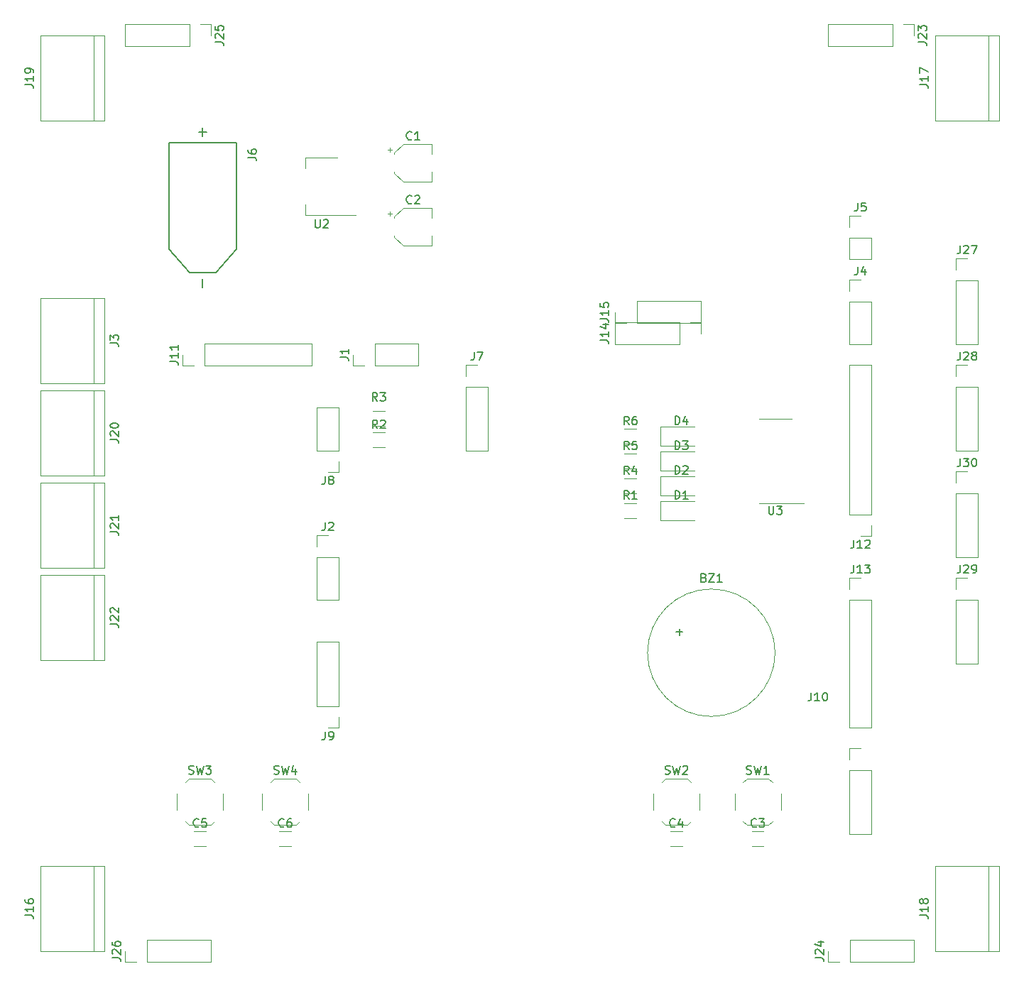
<source format=gbr>
%TF.GenerationSoftware,KiCad,Pcbnew,7.0.10-7.0.10~ubuntu22.04.1*%
%TF.CreationDate,2024-01-16T22:39:05+07:00*%
%TF.ProjectId,PCB_Sensor,5043425f-5365-46e7-936f-722e6b696361,rev?*%
%TF.SameCoordinates,Original*%
%TF.FileFunction,Legend,Top*%
%TF.FilePolarity,Positive*%
%FSLAX46Y46*%
G04 Gerber Fmt 4.6, Leading zero omitted, Abs format (unit mm)*
G04 Created by KiCad (PCBNEW 7.0.10-7.0.10~ubuntu22.04.1) date 2024-01-16 22:39:05*
%MOMM*%
%LPD*%
G01*
G04 APERTURE LIST*
%ADD10C,0.150000*%
%ADD11C,0.120000*%
%ADD12C,0.127000*%
G04 APERTURE END LIST*
D10*
X169370476Y-86024819D02*
X169370476Y-86739104D01*
X169370476Y-86739104D02*
X169322857Y-86881961D01*
X169322857Y-86881961D02*
X169227619Y-86977200D01*
X169227619Y-86977200D02*
X169084762Y-87024819D01*
X169084762Y-87024819D02*
X168989524Y-87024819D01*
X169751429Y-86024819D02*
X170370476Y-86024819D01*
X170370476Y-86024819D02*
X170037143Y-86405771D01*
X170037143Y-86405771D02*
X170180000Y-86405771D01*
X170180000Y-86405771D02*
X170275238Y-86453390D01*
X170275238Y-86453390D02*
X170322857Y-86501009D01*
X170322857Y-86501009D02*
X170370476Y-86596247D01*
X170370476Y-86596247D02*
X170370476Y-86834342D01*
X170370476Y-86834342D02*
X170322857Y-86929580D01*
X170322857Y-86929580D02*
X170275238Y-86977200D01*
X170275238Y-86977200D02*
X170180000Y-87024819D01*
X170180000Y-87024819D02*
X169894286Y-87024819D01*
X169894286Y-87024819D02*
X169799048Y-86977200D01*
X169799048Y-86977200D02*
X169751429Y-86929580D01*
X170989524Y-86024819D02*
X171084762Y-86024819D01*
X171084762Y-86024819D02*
X171180000Y-86072438D01*
X171180000Y-86072438D02*
X171227619Y-86120057D01*
X171227619Y-86120057D02*
X171275238Y-86215295D01*
X171275238Y-86215295D02*
X171322857Y-86405771D01*
X171322857Y-86405771D02*
X171322857Y-86643866D01*
X171322857Y-86643866D02*
X171275238Y-86834342D01*
X171275238Y-86834342D02*
X171227619Y-86929580D01*
X171227619Y-86929580D02*
X171180000Y-86977200D01*
X171180000Y-86977200D02*
X171084762Y-87024819D01*
X171084762Y-87024819D02*
X170989524Y-87024819D01*
X170989524Y-87024819D02*
X170894286Y-86977200D01*
X170894286Y-86977200D02*
X170846667Y-86929580D01*
X170846667Y-86929580D02*
X170799048Y-86834342D01*
X170799048Y-86834342D02*
X170751429Y-86643866D01*
X170751429Y-86643866D02*
X170751429Y-86405771D01*
X170751429Y-86405771D02*
X170799048Y-86215295D01*
X170799048Y-86215295D02*
X170846667Y-86120057D01*
X170846667Y-86120057D02*
X170894286Y-86072438D01*
X170894286Y-86072438D02*
X170989524Y-86024819D01*
X169370476Y-98724819D02*
X169370476Y-99439104D01*
X169370476Y-99439104D02*
X169322857Y-99581961D01*
X169322857Y-99581961D02*
X169227619Y-99677200D01*
X169227619Y-99677200D02*
X169084762Y-99724819D01*
X169084762Y-99724819D02*
X168989524Y-99724819D01*
X169799048Y-98820057D02*
X169846667Y-98772438D01*
X169846667Y-98772438D02*
X169941905Y-98724819D01*
X169941905Y-98724819D02*
X170180000Y-98724819D01*
X170180000Y-98724819D02*
X170275238Y-98772438D01*
X170275238Y-98772438D02*
X170322857Y-98820057D01*
X170322857Y-98820057D02*
X170370476Y-98915295D01*
X170370476Y-98915295D02*
X170370476Y-99010533D01*
X170370476Y-99010533D02*
X170322857Y-99153390D01*
X170322857Y-99153390D02*
X169751429Y-99724819D01*
X169751429Y-99724819D02*
X170370476Y-99724819D01*
X170846667Y-99724819D02*
X171037143Y-99724819D01*
X171037143Y-99724819D02*
X171132381Y-99677200D01*
X171132381Y-99677200D02*
X171180000Y-99629580D01*
X171180000Y-99629580D02*
X171275238Y-99486723D01*
X171275238Y-99486723D02*
X171322857Y-99296247D01*
X171322857Y-99296247D02*
X171322857Y-98915295D01*
X171322857Y-98915295D02*
X171275238Y-98820057D01*
X171275238Y-98820057D02*
X171227619Y-98772438D01*
X171227619Y-98772438D02*
X171132381Y-98724819D01*
X171132381Y-98724819D02*
X170941905Y-98724819D01*
X170941905Y-98724819D02*
X170846667Y-98772438D01*
X170846667Y-98772438D02*
X170799048Y-98820057D01*
X170799048Y-98820057D02*
X170751429Y-98915295D01*
X170751429Y-98915295D02*
X170751429Y-99153390D01*
X170751429Y-99153390D02*
X170799048Y-99248628D01*
X170799048Y-99248628D02*
X170846667Y-99296247D01*
X170846667Y-99296247D02*
X170941905Y-99343866D01*
X170941905Y-99343866D02*
X171132381Y-99343866D01*
X171132381Y-99343866D02*
X171227619Y-99296247D01*
X171227619Y-99296247D02*
X171275238Y-99248628D01*
X171275238Y-99248628D02*
X171322857Y-99153390D01*
X169370476Y-73324819D02*
X169370476Y-74039104D01*
X169370476Y-74039104D02*
X169322857Y-74181961D01*
X169322857Y-74181961D02*
X169227619Y-74277200D01*
X169227619Y-74277200D02*
X169084762Y-74324819D01*
X169084762Y-74324819D02*
X168989524Y-74324819D01*
X169799048Y-73420057D02*
X169846667Y-73372438D01*
X169846667Y-73372438D02*
X169941905Y-73324819D01*
X169941905Y-73324819D02*
X170180000Y-73324819D01*
X170180000Y-73324819D02*
X170275238Y-73372438D01*
X170275238Y-73372438D02*
X170322857Y-73420057D01*
X170322857Y-73420057D02*
X170370476Y-73515295D01*
X170370476Y-73515295D02*
X170370476Y-73610533D01*
X170370476Y-73610533D02*
X170322857Y-73753390D01*
X170322857Y-73753390D02*
X169751429Y-74324819D01*
X169751429Y-74324819D02*
X170370476Y-74324819D01*
X170941905Y-73753390D02*
X170846667Y-73705771D01*
X170846667Y-73705771D02*
X170799048Y-73658152D01*
X170799048Y-73658152D02*
X170751429Y-73562914D01*
X170751429Y-73562914D02*
X170751429Y-73515295D01*
X170751429Y-73515295D02*
X170799048Y-73420057D01*
X170799048Y-73420057D02*
X170846667Y-73372438D01*
X170846667Y-73372438D02*
X170941905Y-73324819D01*
X170941905Y-73324819D02*
X171132381Y-73324819D01*
X171132381Y-73324819D02*
X171227619Y-73372438D01*
X171227619Y-73372438D02*
X171275238Y-73420057D01*
X171275238Y-73420057D02*
X171322857Y-73515295D01*
X171322857Y-73515295D02*
X171322857Y-73562914D01*
X171322857Y-73562914D02*
X171275238Y-73658152D01*
X171275238Y-73658152D02*
X171227619Y-73705771D01*
X171227619Y-73705771D02*
X171132381Y-73753390D01*
X171132381Y-73753390D02*
X170941905Y-73753390D01*
X170941905Y-73753390D02*
X170846667Y-73801009D01*
X170846667Y-73801009D02*
X170799048Y-73848628D01*
X170799048Y-73848628D02*
X170751429Y-73943866D01*
X170751429Y-73943866D02*
X170751429Y-74134342D01*
X170751429Y-74134342D02*
X170799048Y-74229580D01*
X170799048Y-74229580D02*
X170846667Y-74277200D01*
X170846667Y-74277200D02*
X170941905Y-74324819D01*
X170941905Y-74324819D02*
X171132381Y-74324819D01*
X171132381Y-74324819D02*
X171227619Y-74277200D01*
X171227619Y-74277200D02*
X171275238Y-74229580D01*
X171275238Y-74229580D02*
X171322857Y-74134342D01*
X171322857Y-74134342D02*
X171322857Y-73943866D01*
X171322857Y-73943866D02*
X171275238Y-73848628D01*
X171275238Y-73848628D02*
X171227619Y-73801009D01*
X171227619Y-73801009D02*
X171132381Y-73753390D01*
X169370476Y-60624819D02*
X169370476Y-61339104D01*
X169370476Y-61339104D02*
X169322857Y-61481961D01*
X169322857Y-61481961D02*
X169227619Y-61577200D01*
X169227619Y-61577200D02*
X169084762Y-61624819D01*
X169084762Y-61624819D02*
X168989524Y-61624819D01*
X169799048Y-60720057D02*
X169846667Y-60672438D01*
X169846667Y-60672438D02*
X169941905Y-60624819D01*
X169941905Y-60624819D02*
X170180000Y-60624819D01*
X170180000Y-60624819D02*
X170275238Y-60672438D01*
X170275238Y-60672438D02*
X170322857Y-60720057D01*
X170322857Y-60720057D02*
X170370476Y-60815295D01*
X170370476Y-60815295D02*
X170370476Y-60910533D01*
X170370476Y-60910533D02*
X170322857Y-61053390D01*
X170322857Y-61053390D02*
X169751429Y-61624819D01*
X169751429Y-61624819D02*
X170370476Y-61624819D01*
X170703810Y-60624819D02*
X171370476Y-60624819D01*
X171370476Y-60624819D02*
X170941905Y-61624819D01*
X68244819Y-145589523D02*
X68959104Y-145589523D01*
X68959104Y-145589523D02*
X69101961Y-145637142D01*
X69101961Y-145637142D02*
X69197200Y-145732380D01*
X69197200Y-145732380D02*
X69244819Y-145875237D01*
X69244819Y-145875237D02*
X69244819Y-145970475D01*
X68340057Y-145160951D02*
X68292438Y-145113332D01*
X68292438Y-145113332D02*
X68244819Y-145018094D01*
X68244819Y-145018094D02*
X68244819Y-144779999D01*
X68244819Y-144779999D02*
X68292438Y-144684761D01*
X68292438Y-144684761D02*
X68340057Y-144637142D01*
X68340057Y-144637142D02*
X68435295Y-144589523D01*
X68435295Y-144589523D02*
X68530533Y-144589523D01*
X68530533Y-144589523D02*
X68673390Y-144637142D01*
X68673390Y-144637142D02*
X69244819Y-145208570D01*
X69244819Y-145208570D02*
X69244819Y-144589523D01*
X68244819Y-143732380D02*
X68244819Y-143922856D01*
X68244819Y-143922856D02*
X68292438Y-144018094D01*
X68292438Y-144018094D02*
X68340057Y-144065713D01*
X68340057Y-144065713D02*
X68482914Y-144160951D01*
X68482914Y-144160951D02*
X68673390Y-144208570D01*
X68673390Y-144208570D02*
X69054342Y-144208570D01*
X69054342Y-144208570D02*
X69149580Y-144160951D01*
X69149580Y-144160951D02*
X69197200Y-144113332D01*
X69197200Y-144113332D02*
X69244819Y-144018094D01*
X69244819Y-144018094D02*
X69244819Y-143827618D01*
X69244819Y-143827618D02*
X69197200Y-143732380D01*
X69197200Y-143732380D02*
X69149580Y-143684761D01*
X69149580Y-143684761D02*
X69054342Y-143637142D01*
X69054342Y-143637142D02*
X68816247Y-143637142D01*
X68816247Y-143637142D02*
X68721009Y-143684761D01*
X68721009Y-143684761D02*
X68673390Y-143732380D01*
X68673390Y-143732380D02*
X68625771Y-143827618D01*
X68625771Y-143827618D02*
X68625771Y-144018094D01*
X68625771Y-144018094D02*
X68673390Y-144113332D01*
X68673390Y-144113332D02*
X68721009Y-144160951D01*
X68721009Y-144160951D02*
X68816247Y-144208570D01*
X80524819Y-36369523D02*
X81239104Y-36369523D01*
X81239104Y-36369523D02*
X81381961Y-36417142D01*
X81381961Y-36417142D02*
X81477200Y-36512380D01*
X81477200Y-36512380D02*
X81524819Y-36655237D01*
X81524819Y-36655237D02*
X81524819Y-36750475D01*
X80620057Y-35940951D02*
X80572438Y-35893332D01*
X80572438Y-35893332D02*
X80524819Y-35798094D01*
X80524819Y-35798094D02*
X80524819Y-35559999D01*
X80524819Y-35559999D02*
X80572438Y-35464761D01*
X80572438Y-35464761D02*
X80620057Y-35417142D01*
X80620057Y-35417142D02*
X80715295Y-35369523D01*
X80715295Y-35369523D02*
X80810533Y-35369523D01*
X80810533Y-35369523D02*
X80953390Y-35417142D01*
X80953390Y-35417142D02*
X81524819Y-35988570D01*
X81524819Y-35988570D02*
X81524819Y-35369523D01*
X80524819Y-34464761D02*
X80524819Y-34940951D01*
X80524819Y-34940951D02*
X81001009Y-34988570D01*
X81001009Y-34988570D02*
X80953390Y-34940951D01*
X80953390Y-34940951D02*
X80905771Y-34845713D01*
X80905771Y-34845713D02*
X80905771Y-34607618D01*
X80905771Y-34607618D02*
X80953390Y-34512380D01*
X80953390Y-34512380D02*
X81001009Y-34464761D01*
X81001009Y-34464761D02*
X81096247Y-34417142D01*
X81096247Y-34417142D02*
X81334342Y-34417142D01*
X81334342Y-34417142D02*
X81429580Y-34464761D01*
X81429580Y-34464761D02*
X81477200Y-34512380D01*
X81477200Y-34512380D02*
X81524819Y-34607618D01*
X81524819Y-34607618D02*
X81524819Y-34845713D01*
X81524819Y-34845713D02*
X81477200Y-34940951D01*
X81477200Y-34940951D02*
X81429580Y-34988570D01*
X152064819Y-145589523D02*
X152779104Y-145589523D01*
X152779104Y-145589523D02*
X152921961Y-145637142D01*
X152921961Y-145637142D02*
X153017200Y-145732380D01*
X153017200Y-145732380D02*
X153064819Y-145875237D01*
X153064819Y-145875237D02*
X153064819Y-145970475D01*
X152160057Y-145160951D02*
X152112438Y-145113332D01*
X152112438Y-145113332D02*
X152064819Y-145018094D01*
X152064819Y-145018094D02*
X152064819Y-144779999D01*
X152064819Y-144779999D02*
X152112438Y-144684761D01*
X152112438Y-144684761D02*
X152160057Y-144637142D01*
X152160057Y-144637142D02*
X152255295Y-144589523D01*
X152255295Y-144589523D02*
X152350533Y-144589523D01*
X152350533Y-144589523D02*
X152493390Y-144637142D01*
X152493390Y-144637142D02*
X153064819Y-145208570D01*
X153064819Y-145208570D02*
X153064819Y-144589523D01*
X152398152Y-143732380D02*
X153064819Y-143732380D01*
X152017200Y-143970475D02*
X152731485Y-144208570D01*
X152731485Y-144208570D02*
X152731485Y-143589523D01*
X164344819Y-36369523D02*
X165059104Y-36369523D01*
X165059104Y-36369523D02*
X165201961Y-36417142D01*
X165201961Y-36417142D02*
X165297200Y-36512380D01*
X165297200Y-36512380D02*
X165344819Y-36655237D01*
X165344819Y-36655237D02*
X165344819Y-36750475D01*
X164440057Y-35940951D02*
X164392438Y-35893332D01*
X164392438Y-35893332D02*
X164344819Y-35798094D01*
X164344819Y-35798094D02*
X164344819Y-35559999D01*
X164344819Y-35559999D02*
X164392438Y-35464761D01*
X164392438Y-35464761D02*
X164440057Y-35417142D01*
X164440057Y-35417142D02*
X164535295Y-35369523D01*
X164535295Y-35369523D02*
X164630533Y-35369523D01*
X164630533Y-35369523D02*
X164773390Y-35417142D01*
X164773390Y-35417142D02*
X165344819Y-35988570D01*
X165344819Y-35988570D02*
X165344819Y-35369523D01*
X164344819Y-35036189D02*
X164344819Y-34417142D01*
X164344819Y-34417142D02*
X164725771Y-34750475D01*
X164725771Y-34750475D02*
X164725771Y-34607618D01*
X164725771Y-34607618D02*
X164773390Y-34512380D01*
X164773390Y-34512380D02*
X164821009Y-34464761D01*
X164821009Y-34464761D02*
X164916247Y-34417142D01*
X164916247Y-34417142D02*
X165154342Y-34417142D01*
X165154342Y-34417142D02*
X165249580Y-34464761D01*
X165249580Y-34464761D02*
X165297200Y-34512380D01*
X165297200Y-34512380D02*
X165344819Y-34607618D01*
X165344819Y-34607618D02*
X165344819Y-34893332D01*
X165344819Y-34893332D02*
X165297200Y-34988570D01*
X165297200Y-34988570D02*
X165249580Y-35036189D01*
X68034819Y-105796191D02*
X68749104Y-105796191D01*
X68749104Y-105796191D02*
X68891961Y-105843810D01*
X68891961Y-105843810D02*
X68987200Y-105939048D01*
X68987200Y-105939048D02*
X69034819Y-106081905D01*
X69034819Y-106081905D02*
X69034819Y-106177143D01*
X68130057Y-105367619D02*
X68082438Y-105320000D01*
X68082438Y-105320000D02*
X68034819Y-105224762D01*
X68034819Y-105224762D02*
X68034819Y-104986667D01*
X68034819Y-104986667D02*
X68082438Y-104891429D01*
X68082438Y-104891429D02*
X68130057Y-104843810D01*
X68130057Y-104843810D02*
X68225295Y-104796191D01*
X68225295Y-104796191D02*
X68320533Y-104796191D01*
X68320533Y-104796191D02*
X68463390Y-104843810D01*
X68463390Y-104843810D02*
X69034819Y-105415238D01*
X69034819Y-105415238D02*
X69034819Y-104796191D01*
X68130057Y-104415238D02*
X68082438Y-104367619D01*
X68082438Y-104367619D02*
X68034819Y-104272381D01*
X68034819Y-104272381D02*
X68034819Y-104034286D01*
X68034819Y-104034286D02*
X68082438Y-103939048D01*
X68082438Y-103939048D02*
X68130057Y-103891429D01*
X68130057Y-103891429D02*
X68225295Y-103843810D01*
X68225295Y-103843810D02*
X68320533Y-103843810D01*
X68320533Y-103843810D02*
X68463390Y-103891429D01*
X68463390Y-103891429D02*
X69034819Y-104462857D01*
X69034819Y-104462857D02*
X69034819Y-103843810D01*
X68034819Y-94789523D02*
X68749104Y-94789523D01*
X68749104Y-94789523D02*
X68891961Y-94837142D01*
X68891961Y-94837142D02*
X68987200Y-94932380D01*
X68987200Y-94932380D02*
X69034819Y-95075237D01*
X69034819Y-95075237D02*
X69034819Y-95170475D01*
X68130057Y-94360951D02*
X68082438Y-94313332D01*
X68082438Y-94313332D02*
X68034819Y-94218094D01*
X68034819Y-94218094D02*
X68034819Y-93979999D01*
X68034819Y-93979999D02*
X68082438Y-93884761D01*
X68082438Y-93884761D02*
X68130057Y-93837142D01*
X68130057Y-93837142D02*
X68225295Y-93789523D01*
X68225295Y-93789523D02*
X68320533Y-93789523D01*
X68320533Y-93789523D02*
X68463390Y-93837142D01*
X68463390Y-93837142D02*
X69034819Y-94408570D01*
X69034819Y-94408570D02*
X69034819Y-93789523D01*
X69034819Y-92837142D02*
X69034819Y-93408570D01*
X69034819Y-93122856D02*
X68034819Y-93122856D01*
X68034819Y-93122856D02*
X68177676Y-93218094D01*
X68177676Y-93218094D02*
X68272914Y-93313332D01*
X68272914Y-93313332D02*
X68320533Y-93408570D01*
X68034819Y-83782857D02*
X68749104Y-83782857D01*
X68749104Y-83782857D02*
X68891961Y-83830476D01*
X68891961Y-83830476D02*
X68987200Y-83925714D01*
X68987200Y-83925714D02*
X69034819Y-84068571D01*
X69034819Y-84068571D02*
X69034819Y-84163809D01*
X68130057Y-83354285D02*
X68082438Y-83306666D01*
X68082438Y-83306666D02*
X68034819Y-83211428D01*
X68034819Y-83211428D02*
X68034819Y-82973333D01*
X68034819Y-82973333D02*
X68082438Y-82878095D01*
X68082438Y-82878095D02*
X68130057Y-82830476D01*
X68130057Y-82830476D02*
X68225295Y-82782857D01*
X68225295Y-82782857D02*
X68320533Y-82782857D01*
X68320533Y-82782857D02*
X68463390Y-82830476D01*
X68463390Y-82830476D02*
X69034819Y-83401904D01*
X69034819Y-83401904D02*
X69034819Y-82782857D01*
X68034819Y-82163809D02*
X68034819Y-82068571D01*
X68034819Y-82068571D02*
X68082438Y-81973333D01*
X68082438Y-81973333D02*
X68130057Y-81925714D01*
X68130057Y-81925714D02*
X68225295Y-81878095D01*
X68225295Y-81878095D02*
X68415771Y-81830476D01*
X68415771Y-81830476D02*
X68653866Y-81830476D01*
X68653866Y-81830476D02*
X68844342Y-81878095D01*
X68844342Y-81878095D02*
X68939580Y-81925714D01*
X68939580Y-81925714D02*
X68987200Y-81973333D01*
X68987200Y-81973333D02*
X69034819Y-82068571D01*
X69034819Y-82068571D02*
X69034819Y-82163809D01*
X69034819Y-82163809D02*
X68987200Y-82259047D01*
X68987200Y-82259047D02*
X68939580Y-82306666D01*
X68939580Y-82306666D02*
X68844342Y-82354285D01*
X68844342Y-82354285D02*
X68653866Y-82401904D01*
X68653866Y-82401904D02*
X68415771Y-82401904D01*
X68415771Y-82401904D02*
X68225295Y-82354285D01*
X68225295Y-82354285D02*
X68130057Y-82306666D01*
X68130057Y-82306666D02*
X68082438Y-82259047D01*
X68082438Y-82259047D02*
X68034819Y-82163809D01*
X57874819Y-41449523D02*
X58589104Y-41449523D01*
X58589104Y-41449523D02*
X58731961Y-41497142D01*
X58731961Y-41497142D02*
X58827200Y-41592380D01*
X58827200Y-41592380D02*
X58874819Y-41735237D01*
X58874819Y-41735237D02*
X58874819Y-41830475D01*
X58874819Y-40449523D02*
X58874819Y-41020951D01*
X58874819Y-40735237D02*
X57874819Y-40735237D01*
X57874819Y-40735237D02*
X58017676Y-40830475D01*
X58017676Y-40830475D02*
X58112914Y-40925713D01*
X58112914Y-40925713D02*
X58160533Y-41020951D01*
X58874819Y-39973332D02*
X58874819Y-39782856D01*
X58874819Y-39782856D02*
X58827200Y-39687618D01*
X58827200Y-39687618D02*
X58779580Y-39639999D01*
X58779580Y-39639999D02*
X58636723Y-39544761D01*
X58636723Y-39544761D02*
X58446247Y-39497142D01*
X58446247Y-39497142D02*
X58065295Y-39497142D01*
X58065295Y-39497142D02*
X57970057Y-39544761D01*
X57970057Y-39544761D02*
X57922438Y-39592380D01*
X57922438Y-39592380D02*
X57874819Y-39687618D01*
X57874819Y-39687618D02*
X57874819Y-39878094D01*
X57874819Y-39878094D02*
X57922438Y-39973332D01*
X57922438Y-39973332D02*
X57970057Y-40020951D01*
X57970057Y-40020951D02*
X58065295Y-40068570D01*
X58065295Y-40068570D02*
X58303390Y-40068570D01*
X58303390Y-40068570D02*
X58398628Y-40020951D01*
X58398628Y-40020951D02*
X58446247Y-39973332D01*
X58446247Y-39973332D02*
X58493866Y-39878094D01*
X58493866Y-39878094D02*
X58493866Y-39687618D01*
X58493866Y-39687618D02*
X58446247Y-39592380D01*
X58446247Y-39592380D02*
X58398628Y-39544761D01*
X58398628Y-39544761D02*
X58303390Y-39497142D01*
X164554819Y-140509523D02*
X165269104Y-140509523D01*
X165269104Y-140509523D02*
X165411961Y-140557142D01*
X165411961Y-140557142D02*
X165507200Y-140652380D01*
X165507200Y-140652380D02*
X165554819Y-140795237D01*
X165554819Y-140795237D02*
X165554819Y-140890475D01*
X165554819Y-139509523D02*
X165554819Y-140080951D01*
X165554819Y-139795237D02*
X164554819Y-139795237D01*
X164554819Y-139795237D02*
X164697676Y-139890475D01*
X164697676Y-139890475D02*
X164792914Y-139985713D01*
X164792914Y-139985713D02*
X164840533Y-140080951D01*
X164983390Y-138938094D02*
X164935771Y-139033332D01*
X164935771Y-139033332D02*
X164888152Y-139080951D01*
X164888152Y-139080951D02*
X164792914Y-139128570D01*
X164792914Y-139128570D02*
X164745295Y-139128570D01*
X164745295Y-139128570D02*
X164650057Y-139080951D01*
X164650057Y-139080951D02*
X164602438Y-139033332D01*
X164602438Y-139033332D02*
X164554819Y-138938094D01*
X164554819Y-138938094D02*
X164554819Y-138747618D01*
X164554819Y-138747618D02*
X164602438Y-138652380D01*
X164602438Y-138652380D02*
X164650057Y-138604761D01*
X164650057Y-138604761D02*
X164745295Y-138557142D01*
X164745295Y-138557142D02*
X164792914Y-138557142D01*
X164792914Y-138557142D02*
X164888152Y-138604761D01*
X164888152Y-138604761D02*
X164935771Y-138652380D01*
X164935771Y-138652380D02*
X164983390Y-138747618D01*
X164983390Y-138747618D02*
X164983390Y-138938094D01*
X164983390Y-138938094D02*
X165031009Y-139033332D01*
X165031009Y-139033332D02*
X165078628Y-139080951D01*
X165078628Y-139080951D02*
X165173866Y-139128570D01*
X165173866Y-139128570D02*
X165364342Y-139128570D01*
X165364342Y-139128570D02*
X165459580Y-139080951D01*
X165459580Y-139080951D02*
X165507200Y-139033332D01*
X165507200Y-139033332D02*
X165554819Y-138938094D01*
X165554819Y-138938094D02*
X165554819Y-138747618D01*
X165554819Y-138747618D02*
X165507200Y-138652380D01*
X165507200Y-138652380D02*
X165459580Y-138604761D01*
X165459580Y-138604761D02*
X165364342Y-138557142D01*
X165364342Y-138557142D02*
X165173866Y-138557142D01*
X165173866Y-138557142D02*
X165078628Y-138604761D01*
X165078628Y-138604761D02*
X165031009Y-138652380D01*
X165031009Y-138652380D02*
X164983390Y-138747618D01*
X164554819Y-41449523D02*
X165269104Y-41449523D01*
X165269104Y-41449523D02*
X165411961Y-41497142D01*
X165411961Y-41497142D02*
X165507200Y-41592380D01*
X165507200Y-41592380D02*
X165554819Y-41735237D01*
X165554819Y-41735237D02*
X165554819Y-41830475D01*
X165554819Y-40449523D02*
X165554819Y-41020951D01*
X165554819Y-40735237D02*
X164554819Y-40735237D01*
X164554819Y-40735237D02*
X164697676Y-40830475D01*
X164697676Y-40830475D02*
X164792914Y-40925713D01*
X164792914Y-40925713D02*
X164840533Y-41020951D01*
X164554819Y-40116189D02*
X164554819Y-39449523D01*
X164554819Y-39449523D02*
X165554819Y-39878094D01*
X57874819Y-140509523D02*
X58589104Y-140509523D01*
X58589104Y-140509523D02*
X58731961Y-140557142D01*
X58731961Y-140557142D02*
X58827200Y-140652380D01*
X58827200Y-140652380D02*
X58874819Y-140795237D01*
X58874819Y-140795237D02*
X58874819Y-140890475D01*
X58874819Y-139509523D02*
X58874819Y-140080951D01*
X58874819Y-139795237D02*
X57874819Y-139795237D01*
X57874819Y-139795237D02*
X58017676Y-139890475D01*
X58017676Y-139890475D02*
X58112914Y-139985713D01*
X58112914Y-139985713D02*
X58160533Y-140080951D01*
X57874819Y-138652380D02*
X57874819Y-138842856D01*
X57874819Y-138842856D02*
X57922438Y-138938094D01*
X57922438Y-138938094D02*
X57970057Y-138985713D01*
X57970057Y-138985713D02*
X58112914Y-139080951D01*
X58112914Y-139080951D02*
X58303390Y-139128570D01*
X58303390Y-139128570D02*
X58684342Y-139128570D01*
X58684342Y-139128570D02*
X58779580Y-139080951D01*
X58779580Y-139080951D02*
X58827200Y-139033332D01*
X58827200Y-139033332D02*
X58874819Y-138938094D01*
X58874819Y-138938094D02*
X58874819Y-138747618D01*
X58874819Y-138747618D02*
X58827200Y-138652380D01*
X58827200Y-138652380D02*
X58779580Y-138604761D01*
X58779580Y-138604761D02*
X58684342Y-138557142D01*
X58684342Y-138557142D02*
X58446247Y-138557142D01*
X58446247Y-138557142D02*
X58351009Y-138604761D01*
X58351009Y-138604761D02*
X58303390Y-138652380D01*
X58303390Y-138652380D02*
X58255771Y-138747618D01*
X58255771Y-138747618D02*
X58255771Y-138938094D01*
X58255771Y-138938094D02*
X58303390Y-139033332D01*
X58303390Y-139033332D02*
X58351009Y-139080951D01*
X58351009Y-139080951D02*
X58446247Y-139128570D01*
X68034819Y-72300001D02*
X68749104Y-72300001D01*
X68749104Y-72300001D02*
X68891961Y-72347620D01*
X68891961Y-72347620D02*
X68987200Y-72442858D01*
X68987200Y-72442858D02*
X69034819Y-72585715D01*
X69034819Y-72585715D02*
X69034819Y-72680953D01*
X68034819Y-71919048D02*
X68034819Y-71300001D01*
X68034819Y-71300001D02*
X68415771Y-71633334D01*
X68415771Y-71633334D02*
X68415771Y-71490477D01*
X68415771Y-71490477D02*
X68463390Y-71395239D01*
X68463390Y-71395239D02*
X68511009Y-71347620D01*
X68511009Y-71347620D02*
X68606247Y-71300001D01*
X68606247Y-71300001D02*
X68844342Y-71300001D01*
X68844342Y-71300001D02*
X68939580Y-71347620D01*
X68939580Y-71347620D02*
X68987200Y-71395239D01*
X68987200Y-71395239D02*
X69034819Y-71490477D01*
X69034819Y-71490477D02*
X69034819Y-71776191D01*
X69034819Y-71776191D02*
X68987200Y-71871429D01*
X68987200Y-71871429D02*
X68939580Y-71919048D01*
X157146666Y-63164819D02*
X157146666Y-63879104D01*
X157146666Y-63879104D02*
X157099047Y-64021961D01*
X157099047Y-64021961D02*
X157003809Y-64117200D01*
X157003809Y-64117200D02*
X156860952Y-64164819D01*
X156860952Y-64164819D02*
X156765714Y-64164819D01*
X158051428Y-63498152D02*
X158051428Y-64164819D01*
X157813333Y-63117200D02*
X157575238Y-63831485D01*
X157575238Y-63831485D02*
X158194285Y-63831485D01*
X151590476Y-113964819D02*
X151590476Y-114679104D01*
X151590476Y-114679104D02*
X151542857Y-114821961D01*
X151542857Y-114821961D02*
X151447619Y-114917200D01*
X151447619Y-114917200D02*
X151304762Y-114964819D01*
X151304762Y-114964819D02*
X151209524Y-114964819D01*
X152590476Y-114964819D02*
X152019048Y-114964819D01*
X152304762Y-114964819D02*
X152304762Y-113964819D01*
X152304762Y-113964819D02*
X152209524Y-114107676D01*
X152209524Y-114107676D02*
X152114286Y-114202914D01*
X152114286Y-114202914D02*
X152019048Y-114250533D01*
X153209524Y-113964819D02*
X153304762Y-113964819D01*
X153304762Y-113964819D02*
X153400000Y-114012438D01*
X153400000Y-114012438D02*
X153447619Y-114060057D01*
X153447619Y-114060057D02*
X153495238Y-114155295D01*
X153495238Y-114155295D02*
X153542857Y-114345771D01*
X153542857Y-114345771D02*
X153542857Y-114583866D01*
X153542857Y-114583866D02*
X153495238Y-114774342D01*
X153495238Y-114774342D02*
X153447619Y-114869580D01*
X153447619Y-114869580D02*
X153400000Y-114917200D01*
X153400000Y-114917200D02*
X153304762Y-114964819D01*
X153304762Y-114964819D02*
X153209524Y-114964819D01*
X153209524Y-114964819D02*
X153114286Y-114917200D01*
X153114286Y-114917200D02*
X153066667Y-114869580D01*
X153066667Y-114869580D02*
X153019048Y-114774342D01*
X153019048Y-114774342D02*
X152971429Y-114583866D01*
X152971429Y-114583866D02*
X152971429Y-114345771D01*
X152971429Y-114345771D02*
X153019048Y-114155295D01*
X153019048Y-114155295D02*
X153066667Y-114060057D01*
X153066667Y-114060057D02*
X153114286Y-114012438D01*
X153114286Y-114012438D02*
X153209524Y-113964819D01*
X99883333Y-82454819D02*
X99550000Y-81978628D01*
X99311905Y-82454819D02*
X99311905Y-81454819D01*
X99311905Y-81454819D02*
X99692857Y-81454819D01*
X99692857Y-81454819D02*
X99788095Y-81502438D01*
X99788095Y-81502438D02*
X99835714Y-81550057D01*
X99835714Y-81550057D02*
X99883333Y-81645295D01*
X99883333Y-81645295D02*
X99883333Y-81788152D01*
X99883333Y-81788152D02*
X99835714Y-81883390D01*
X99835714Y-81883390D02*
X99788095Y-81931009D01*
X99788095Y-81931009D02*
X99692857Y-81978628D01*
X99692857Y-81978628D02*
X99311905Y-81978628D01*
X100264286Y-81550057D02*
X100311905Y-81502438D01*
X100311905Y-81502438D02*
X100407143Y-81454819D01*
X100407143Y-81454819D02*
X100645238Y-81454819D01*
X100645238Y-81454819D02*
X100740476Y-81502438D01*
X100740476Y-81502438D02*
X100788095Y-81550057D01*
X100788095Y-81550057D02*
X100835714Y-81645295D01*
X100835714Y-81645295D02*
X100835714Y-81740533D01*
X100835714Y-81740533D02*
X100788095Y-81883390D01*
X100788095Y-81883390D02*
X100216667Y-82454819D01*
X100216667Y-82454819D02*
X100835714Y-82454819D01*
X84449819Y-50148333D02*
X85164104Y-50148333D01*
X85164104Y-50148333D02*
X85306961Y-50195952D01*
X85306961Y-50195952D02*
X85402200Y-50291190D01*
X85402200Y-50291190D02*
X85449819Y-50434047D01*
X85449819Y-50434047D02*
X85449819Y-50529285D01*
X84449819Y-49243571D02*
X84449819Y-49434047D01*
X84449819Y-49434047D02*
X84497438Y-49529285D01*
X84497438Y-49529285D02*
X84545057Y-49576904D01*
X84545057Y-49576904D02*
X84687914Y-49672142D01*
X84687914Y-49672142D02*
X84878390Y-49719761D01*
X84878390Y-49719761D02*
X85259342Y-49719761D01*
X85259342Y-49719761D02*
X85354580Y-49672142D01*
X85354580Y-49672142D02*
X85402200Y-49624523D01*
X85402200Y-49624523D02*
X85449819Y-49529285D01*
X85449819Y-49529285D02*
X85449819Y-49338809D01*
X85449819Y-49338809D02*
X85402200Y-49243571D01*
X85402200Y-49243571D02*
X85354580Y-49195952D01*
X85354580Y-49195952D02*
X85259342Y-49148333D01*
X85259342Y-49148333D02*
X85021247Y-49148333D01*
X85021247Y-49148333D02*
X84926009Y-49195952D01*
X84926009Y-49195952D02*
X84878390Y-49243571D01*
X84878390Y-49243571D02*
X84830771Y-49338809D01*
X84830771Y-49338809D02*
X84830771Y-49529285D01*
X84830771Y-49529285D02*
X84878390Y-49624523D01*
X84878390Y-49624523D02*
X84926009Y-49672142D01*
X84926009Y-49672142D02*
X85021247Y-49719761D01*
X95444819Y-73993333D02*
X96159104Y-73993333D01*
X96159104Y-73993333D02*
X96301961Y-74040952D01*
X96301961Y-74040952D02*
X96397200Y-74136190D01*
X96397200Y-74136190D02*
X96444819Y-74279047D01*
X96444819Y-74279047D02*
X96444819Y-74374285D01*
X96444819Y-72993333D02*
X96444819Y-73564761D01*
X96444819Y-73279047D02*
X95444819Y-73279047D01*
X95444819Y-73279047D02*
X95587676Y-73374285D01*
X95587676Y-73374285D02*
X95682914Y-73469523D01*
X95682914Y-73469523D02*
X95730533Y-73564761D01*
X157146666Y-55544819D02*
X157146666Y-56259104D01*
X157146666Y-56259104D02*
X157099047Y-56401961D01*
X157099047Y-56401961D02*
X157003809Y-56497200D01*
X157003809Y-56497200D02*
X156860952Y-56544819D01*
X156860952Y-56544819D02*
X156765714Y-56544819D01*
X158099047Y-55544819D02*
X157622857Y-55544819D01*
X157622857Y-55544819D02*
X157575238Y-56021009D01*
X157575238Y-56021009D02*
X157622857Y-55973390D01*
X157622857Y-55973390D02*
X157718095Y-55925771D01*
X157718095Y-55925771D02*
X157956190Y-55925771D01*
X157956190Y-55925771D02*
X158051428Y-55973390D01*
X158051428Y-55973390D02*
X158099047Y-56021009D01*
X158099047Y-56021009D02*
X158146666Y-56116247D01*
X158146666Y-56116247D02*
X158146666Y-56354342D01*
X158146666Y-56354342D02*
X158099047Y-56449580D01*
X158099047Y-56449580D02*
X158051428Y-56497200D01*
X158051428Y-56497200D02*
X157956190Y-56544819D01*
X157956190Y-56544819D02*
X157718095Y-56544819D01*
X157718095Y-56544819D02*
X157622857Y-56497200D01*
X157622857Y-56497200D02*
X157575238Y-56449580D01*
X87566667Y-123657200D02*
X87709524Y-123704819D01*
X87709524Y-123704819D02*
X87947619Y-123704819D01*
X87947619Y-123704819D02*
X88042857Y-123657200D01*
X88042857Y-123657200D02*
X88090476Y-123609580D01*
X88090476Y-123609580D02*
X88138095Y-123514342D01*
X88138095Y-123514342D02*
X88138095Y-123419104D01*
X88138095Y-123419104D02*
X88090476Y-123323866D01*
X88090476Y-123323866D02*
X88042857Y-123276247D01*
X88042857Y-123276247D02*
X87947619Y-123228628D01*
X87947619Y-123228628D02*
X87757143Y-123181009D01*
X87757143Y-123181009D02*
X87661905Y-123133390D01*
X87661905Y-123133390D02*
X87614286Y-123085771D01*
X87614286Y-123085771D02*
X87566667Y-122990533D01*
X87566667Y-122990533D02*
X87566667Y-122895295D01*
X87566667Y-122895295D02*
X87614286Y-122800057D01*
X87614286Y-122800057D02*
X87661905Y-122752438D01*
X87661905Y-122752438D02*
X87757143Y-122704819D01*
X87757143Y-122704819D02*
X87995238Y-122704819D01*
X87995238Y-122704819D02*
X88138095Y-122752438D01*
X88471429Y-122704819D02*
X88709524Y-123704819D01*
X88709524Y-123704819D02*
X88900000Y-122990533D01*
X88900000Y-122990533D02*
X89090476Y-123704819D01*
X89090476Y-123704819D02*
X89328572Y-122704819D01*
X90138095Y-123038152D02*
X90138095Y-123704819D01*
X89900000Y-122657200D02*
X89661905Y-123371485D01*
X89661905Y-123371485D02*
X90280952Y-123371485D01*
X134206667Y-123657200D02*
X134349524Y-123704819D01*
X134349524Y-123704819D02*
X134587619Y-123704819D01*
X134587619Y-123704819D02*
X134682857Y-123657200D01*
X134682857Y-123657200D02*
X134730476Y-123609580D01*
X134730476Y-123609580D02*
X134778095Y-123514342D01*
X134778095Y-123514342D02*
X134778095Y-123419104D01*
X134778095Y-123419104D02*
X134730476Y-123323866D01*
X134730476Y-123323866D02*
X134682857Y-123276247D01*
X134682857Y-123276247D02*
X134587619Y-123228628D01*
X134587619Y-123228628D02*
X134397143Y-123181009D01*
X134397143Y-123181009D02*
X134301905Y-123133390D01*
X134301905Y-123133390D02*
X134254286Y-123085771D01*
X134254286Y-123085771D02*
X134206667Y-122990533D01*
X134206667Y-122990533D02*
X134206667Y-122895295D01*
X134206667Y-122895295D02*
X134254286Y-122800057D01*
X134254286Y-122800057D02*
X134301905Y-122752438D01*
X134301905Y-122752438D02*
X134397143Y-122704819D01*
X134397143Y-122704819D02*
X134635238Y-122704819D01*
X134635238Y-122704819D02*
X134778095Y-122752438D01*
X135111429Y-122704819D02*
X135349524Y-123704819D01*
X135349524Y-123704819D02*
X135540000Y-122990533D01*
X135540000Y-122990533D02*
X135730476Y-123704819D01*
X135730476Y-123704819D02*
X135968572Y-122704819D01*
X136301905Y-122800057D02*
X136349524Y-122752438D01*
X136349524Y-122752438D02*
X136444762Y-122704819D01*
X136444762Y-122704819D02*
X136682857Y-122704819D01*
X136682857Y-122704819D02*
X136778095Y-122752438D01*
X136778095Y-122752438D02*
X136825714Y-122800057D01*
X136825714Y-122800057D02*
X136873333Y-122895295D01*
X136873333Y-122895295D02*
X136873333Y-122990533D01*
X136873333Y-122990533D02*
X136825714Y-123133390D01*
X136825714Y-123133390D02*
X136254286Y-123704819D01*
X136254286Y-123704819D02*
X136873333Y-123704819D01*
X103973333Y-47959580D02*
X103925714Y-48007200D01*
X103925714Y-48007200D02*
X103782857Y-48054819D01*
X103782857Y-48054819D02*
X103687619Y-48054819D01*
X103687619Y-48054819D02*
X103544762Y-48007200D01*
X103544762Y-48007200D02*
X103449524Y-47911961D01*
X103449524Y-47911961D02*
X103401905Y-47816723D01*
X103401905Y-47816723D02*
X103354286Y-47626247D01*
X103354286Y-47626247D02*
X103354286Y-47483390D01*
X103354286Y-47483390D02*
X103401905Y-47292914D01*
X103401905Y-47292914D02*
X103449524Y-47197676D01*
X103449524Y-47197676D02*
X103544762Y-47102438D01*
X103544762Y-47102438D02*
X103687619Y-47054819D01*
X103687619Y-47054819D02*
X103782857Y-47054819D01*
X103782857Y-47054819D02*
X103925714Y-47102438D01*
X103925714Y-47102438D02*
X103973333Y-47150057D01*
X104925714Y-48054819D02*
X104354286Y-48054819D01*
X104640000Y-48054819D02*
X104640000Y-47054819D01*
X104640000Y-47054819D02*
X104544762Y-47197676D01*
X104544762Y-47197676D02*
X104449524Y-47292914D01*
X104449524Y-47292914D02*
X104354286Y-47340533D01*
X93646666Y-88144819D02*
X93646666Y-88859104D01*
X93646666Y-88859104D02*
X93599047Y-89001961D01*
X93599047Y-89001961D02*
X93503809Y-89097200D01*
X93503809Y-89097200D02*
X93360952Y-89144819D01*
X93360952Y-89144819D02*
X93265714Y-89144819D01*
X94265714Y-88573390D02*
X94170476Y-88525771D01*
X94170476Y-88525771D02*
X94122857Y-88478152D01*
X94122857Y-88478152D02*
X94075238Y-88382914D01*
X94075238Y-88382914D02*
X94075238Y-88335295D01*
X94075238Y-88335295D02*
X94122857Y-88240057D01*
X94122857Y-88240057D02*
X94170476Y-88192438D01*
X94170476Y-88192438D02*
X94265714Y-88144819D01*
X94265714Y-88144819D02*
X94456190Y-88144819D01*
X94456190Y-88144819D02*
X94551428Y-88192438D01*
X94551428Y-88192438D02*
X94599047Y-88240057D01*
X94599047Y-88240057D02*
X94646666Y-88335295D01*
X94646666Y-88335295D02*
X94646666Y-88382914D01*
X94646666Y-88382914D02*
X94599047Y-88478152D01*
X94599047Y-88478152D02*
X94551428Y-88525771D01*
X94551428Y-88525771D02*
X94456190Y-88573390D01*
X94456190Y-88573390D02*
X94265714Y-88573390D01*
X94265714Y-88573390D02*
X94170476Y-88621009D01*
X94170476Y-88621009D02*
X94122857Y-88668628D01*
X94122857Y-88668628D02*
X94075238Y-88763866D01*
X94075238Y-88763866D02*
X94075238Y-88954342D01*
X94075238Y-88954342D02*
X94122857Y-89049580D01*
X94122857Y-89049580D02*
X94170476Y-89097200D01*
X94170476Y-89097200D02*
X94265714Y-89144819D01*
X94265714Y-89144819D02*
X94456190Y-89144819D01*
X94456190Y-89144819D02*
X94551428Y-89097200D01*
X94551428Y-89097200D02*
X94599047Y-89049580D01*
X94599047Y-89049580D02*
X94646666Y-88954342D01*
X94646666Y-88954342D02*
X94646666Y-88763866D01*
X94646666Y-88763866D02*
X94599047Y-88668628D01*
X94599047Y-88668628D02*
X94551428Y-88621009D01*
X94551428Y-88621009D02*
X94456190Y-88573390D01*
X93646666Y-93644819D02*
X93646666Y-94359104D01*
X93646666Y-94359104D02*
X93599047Y-94501961D01*
X93599047Y-94501961D02*
X93503809Y-94597200D01*
X93503809Y-94597200D02*
X93360952Y-94644819D01*
X93360952Y-94644819D02*
X93265714Y-94644819D01*
X94075238Y-93740057D02*
X94122857Y-93692438D01*
X94122857Y-93692438D02*
X94218095Y-93644819D01*
X94218095Y-93644819D02*
X94456190Y-93644819D01*
X94456190Y-93644819D02*
X94551428Y-93692438D01*
X94551428Y-93692438D02*
X94599047Y-93740057D01*
X94599047Y-93740057D02*
X94646666Y-93835295D01*
X94646666Y-93835295D02*
X94646666Y-93930533D01*
X94646666Y-93930533D02*
X94599047Y-94073390D01*
X94599047Y-94073390D02*
X94027619Y-94644819D01*
X94027619Y-94644819D02*
X94646666Y-94644819D01*
X145073333Y-129924580D02*
X145025714Y-129972200D01*
X145025714Y-129972200D02*
X144882857Y-130019819D01*
X144882857Y-130019819D02*
X144787619Y-130019819D01*
X144787619Y-130019819D02*
X144644762Y-129972200D01*
X144644762Y-129972200D02*
X144549524Y-129876961D01*
X144549524Y-129876961D02*
X144501905Y-129781723D01*
X144501905Y-129781723D02*
X144454286Y-129591247D01*
X144454286Y-129591247D02*
X144454286Y-129448390D01*
X144454286Y-129448390D02*
X144501905Y-129257914D01*
X144501905Y-129257914D02*
X144549524Y-129162676D01*
X144549524Y-129162676D02*
X144644762Y-129067438D01*
X144644762Y-129067438D02*
X144787619Y-129019819D01*
X144787619Y-129019819D02*
X144882857Y-129019819D01*
X144882857Y-129019819D02*
X145025714Y-129067438D01*
X145025714Y-129067438D02*
X145073333Y-129115057D01*
X145406667Y-129019819D02*
X146025714Y-129019819D01*
X146025714Y-129019819D02*
X145692381Y-129400771D01*
X145692381Y-129400771D02*
X145835238Y-129400771D01*
X145835238Y-129400771D02*
X145930476Y-129448390D01*
X145930476Y-129448390D02*
X145978095Y-129496009D01*
X145978095Y-129496009D02*
X146025714Y-129591247D01*
X146025714Y-129591247D02*
X146025714Y-129829342D01*
X146025714Y-129829342D02*
X145978095Y-129924580D01*
X145978095Y-129924580D02*
X145930476Y-129972200D01*
X145930476Y-129972200D02*
X145835238Y-130019819D01*
X145835238Y-130019819D02*
X145549524Y-130019819D01*
X145549524Y-130019819D02*
X145454286Y-129972200D01*
X145454286Y-129972200D02*
X145406667Y-129924580D01*
X156670476Y-98724819D02*
X156670476Y-99439104D01*
X156670476Y-99439104D02*
X156622857Y-99581961D01*
X156622857Y-99581961D02*
X156527619Y-99677200D01*
X156527619Y-99677200D02*
X156384762Y-99724819D01*
X156384762Y-99724819D02*
X156289524Y-99724819D01*
X157670476Y-99724819D02*
X157099048Y-99724819D01*
X157384762Y-99724819D02*
X157384762Y-98724819D01*
X157384762Y-98724819D02*
X157289524Y-98867676D01*
X157289524Y-98867676D02*
X157194286Y-98962914D01*
X157194286Y-98962914D02*
X157099048Y-99010533D01*
X158003810Y-98724819D02*
X158622857Y-98724819D01*
X158622857Y-98724819D02*
X158289524Y-99105771D01*
X158289524Y-99105771D02*
X158432381Y-99105771D01*
X158432381Y-99105771D02*
X158527619Y-99153390D01*
X158527619Y-99153390D02*
X158575238Y-99201009D01*
X158575238Y-99201009D02*
X158622857Y-99296247D01*
X158622857Y-99296247D02*
X158622857Y-99534342D01*
X158622857Y-99534342D02*
X158575238Y-99629580D01*
X158575238Y-99629580D02*
X158527619Y-99677200D01*
X158527619Y-99677200D02*
X158432381Y-99724819D01*
X158432381Y-99724819D02*
X158146667Y-99724819D01*
X158146667Y-99724819D02*
X158051429Y-99677200D01*
X158051429Y-99677200D02*
X158003810Y-99629580D01*
X129870833Y-82034819D02*
X129537500Y-81558628D01*
X129299405Y-82034819D02*
X129299405Y-81034819D01*
X129299405Y-81034819D02*
X129680357Y-81034819D01*
X129680357Y-81034819D02*
X129775595Y-81082438D01*
X129775595Y-81082438D02*
X129823214Y-81130057D01*
X129823214Y-81130057D02*
X129870833Y-81225295D01*
X129870833Y-81225295D02*
X129870833Y-81368152D01*
X129870833Y-81368152D02*
X129823214Y-81463390D01*
X129823214Y-81463390D02*
X129775595Y-81511009D01*
X129775595Y-81511009D02*
X129680357Y-81558628D01*
X129680357Y-81558628D02*
X129299405Y-81558628D01*
X130727976Y-81034819D02*
X130537500Y-81034819D01*
X130537500Y-81034819D02*
X130442262Y-81082438D01*
X130442262Y-81082438D02*
X130394643Y-81130057D01*
X130394643Y-81130057D02*
X130299405Y-81272914D01*
X130299405Y-81272914D02*
X130251786Y-81463390D01*
X130251786Y-81463390D02*
X130251786Y-81844342D01*
X130251786Y-81844342D02*
X130299405Y-81939580D01*
X130299405Y-81939580D02*
X130347024Y-81987200D01*
X130347024Y-81987200D02*
X130442262Y-82034819D01*
X130442262Y-82034819D02*
X130632738Y-82034819D01*
X130632738Y-82034819D02*
X130727976Y-81987200D01*
X130727976Y-81987200D02*
X130775595Y-81939580D01*
X130775595Y-81939580D02*
X130823214Y-81844342D01*
X130823214Y-81844342D02*
X130823214Y-81606247D01*
X130823214Y-81606247D02*
X130775595Y-81511009D01*
X130775595Y-81511009D02*
X130727976Y-81463390D01*
X130727976Y-81463390D02*
X130632738Y-81415771D01*
X130632738Y-81415771D02*
X130442262Y-81415771D01*
X130442262Y-81415771D02*
X130347024Y-81463390D01*
X130347024Y-81463390D02*
X130299405Y-81511009D01*
X130299405Y-81511009D02*
X130251786Y-81606247D01*
X135373333Y-129924580D02*
X135325714Y-129972200D01*
X135325714Y-129972200D02*
X135182857Y-130019819D01*
X135182857Y-130019819D02*
X135087619Y-130019819D01*
X135087619Y-130019819D02*
X134944762Y-129972200D01*
X134944762Y-129972200D02*
X134849524Y-129876961D01*
X134849524Y-129876961D02*
X134801905Y-129781723D01*
X134801905Y-129781723D02*
X134754286Y-129591247D01*
X134754286Y-129591247D02*
X134754286Y-129448390D01*
X134754286Y-129448390D02*
X134801905Y-129257914D01*
X134801905Y-129257914D02*
X134849524Y-129162676D01*
X134849524Y-129162676D02*
X134944762Y-129067438D01*
X134944762Y-129067438D02*
X135087619Y-129019819D01*
X135087619Y-129019819D02*
X135182857Y-129019819D01*
X135182857Y-129019819D02*
X135325714Y-129067438D01*
X135325714Y-129067438D02*
X135373333Y-129115057D01*
X136230476Y-129353152D02*
X136230476Y-130019819D01*
X135992381Y-128972200D02*
X135754286Y-129686485D01*
X135754286Y-129686485D02*
X136373333Y-129686485D01*
X126454819Y-71929523D02*
X127169104Y-71929523D01*
X127169104Y-71929523D02*
X127311961Y-71977142D01*
X127311961Y-71977142D02*
X127407200Y-72072380D01*
X127407200Y-72072380D02*
X127454819Y-72215237D01*
X127454819Y-72215237D02*
X127454819Y-72310475D01*
X127454819Y-70929523D02*
X127454819Y-71500951D01*
X127454819Y-71215237D02*
X126454819Y-71215237D01*
X126454819Y-71215237D02*
X126597676Y-71310475D01*
X126597676Y-71310475D02*
X126692914Y-71405713D01*
X126692914Y-71405713D02*
X126740533Y-71500951D01*
X126788152Y-70072380D02*
X127454819Y-70072380D01*
X126407200Y-70310475D02*
X127121485Y-70548570D01*
X127121485Y-70548570D02*
X127121485Y-69929523D01*
X126454819Y-69389523D02*
X127169104Y-69389523D01*
X127169104Y-69389523D02*
X127311961Y-69437142D01*
X127311961Y-69437142D02*
X127407200Y-69532380D01*
X127407200Y-69532380D02*
X127454819Y-69675237D01*
X127454819Y-69675237D02*
X127454819Y-69770475D01*
X127454819Y-68389523D02*
X127454819Y-68960951D01*
X127454819Y-68675237D02*
X126454819Y-68675237D01*
X126454819Y-68675237D02*
X126597676Y-68770475D01*
X126597676Y-68770475D02*
X126692914Y-68865713D01*
X126692914Y-68865713D02*
X126740533Y-68960951D01*
X126454819Y-67484761D02*
X126454819Y-67960951D01*
X126454819Y-67960951D02*
X126931009Y-68008570D01*
X126931009Y-68008570D02*
X126883390Y-67960951D01*
X126883390Y-67960951D02*
X126835771Y-67865713D01*
X126835771Y-67865713D02*
X126835771Y-67627618D01*
X126835771Y-67627618D02*
X126883390Y-67532380D01*
X126883390Y-67532380D02*
X126931009Y-67484761D01*
X126931009Y-67484761D02*
X127026247Y-67437142D01*
X127026247Y-67437142D02*
X127264342Y-67437142D01*
X127264342Y-67437142D02*
X127359580Y-67484761D01*
X127359580Y-67484761D02*
X127407200Y-67532380D01*
X127407200Y-67532380D02*
X127454819Y-67627618D01*
X127454819Y-67627618D02*
X127454819Y-67865713D01*
X127454819Y-67865713D02*
X127407200Y-67960951D01*
X127407200Y-67960951D02*
X127359580Y-68008570D01*
X138829047Y-100261009D02*
X138971904Y-100308628D01*
X138971904Y-100308628D02*
X139019523Y-100356247D01*
X139019523Y-100356247D02*
X139067142Y-100451485D01*
X139067142Y-100451485D02*
X139067142Y-100594342D01*
X139067142Y-100594342D02*
X139019523Y-100689580D01*
X139019523Y-100689580D02*
X138971904Y-100737200D01*
X138971904Y-100737200D02*
X138876666Y-100784819D01*
X138876666Y-100784819D02*
X138495714Y-100784819D01*
X138495714Y-100784819D02*
X138495714Y-99784819D01*
X138495714Y-99784819D02*
X138829047Y-99784819D01*
X138829047Y-99784819D02*
X138924285Y-99832438D01*
X138924285Y-99832438D02*
X138971904Y-99880057D01*
X138971904Y-99880057D02*
X139019523Y-99975295D01*
X139019523Y-99975295D02*
X139019523Y-100070533D01*
X139019523Y-100070533D02*
X138971904Y-100165771D01*
X138971904Y-100165771D02*
X138924285Y-100213390D01*
X138924285Y-100213390D02*
X138829047Y-100261009D01*
X138829047Y-100261009D02*
X138495714Y-100261009D01*
X139400476Y-99784819D02*
X140067142Y-99784819D01*
X140067142Y-99784819D02*
X139400476Y-100784819D01*
X139400476Y-100784819D02*
X140067142Y-100784819D01*
X140971904Y-100784819D02*
X140400476Y-100784819D01*
X140686190Y-100784819D02*
X140686190Y-99784819D01*
X140686190Y-99784819D02*
X140590952Y-99927676D01*
X140590952Y-99927676D02*
X140495714Y-100022914D01*
X140495714Y-100022914D02*
X140400476Y-100070533D01*
X135509048Y-106753866D02*
X136270953Y-106753866D01*
X135890000Y-107134819D02*
X135890000Y-106372914D01*
X129870833Y-90914819D02*
X129537500Y-90438628D01*
X129299405Y-90914819D02*
X129299405Y-89914819D01*
X129299405Y-89914819D02*
X129680357Y-89914819D01*
X129680357Y-89914819D02*
X129775595Y-89962438D01*
X129775595Y-89962438D02*
X129823214Y-90010057D01*
X129823214Y-90010057D02*
X129870833Y-90105295D01*
X129870833Y-90105295D02*
X129870833Y-90248152D01*
X129870833Y-90248152D02*
X129823214Y-90343390D01*
X129823214Y-90343390D02*
X129775595Y-90391009D01*
X129775595Y-90391009D02*
X129680357Y-90438628D01*
X129680357Y-90438628D02*
X129299405Y-90438628D01*
X130823214Y-90914819D02*
X130251786Y-90914819D01*
X130537500Y-90914819D02*
X130537500Y-89914819D01*
X130537500Y-89914819D02*
X130442262Y-90057676D01*
X130442262Y-90057676D02*
X130347024Y-90152914D01*
X130347024Y-90152914D02*
X130251786Y-90200533D01*
X92478095Y-57534819D02*
X92478095Y-58344342D01*
X92478095Y-58344342D02*
X92525714Y-58439580D01*
X92525714Y-58439580D02*
X92573333Y-58487200D01*
X92573333Y-58487200D02*
X92668571Y-58534819D01*
X92668571Y-58534819D02*
X92859047Y-58534819D01*
X92859047Y-58534819D02*
X92954285Y-58487200D01*
X92954285Y-58487200D02*
X93001904Y-58439580D01*
X93001904Y-58439580D02*
X93049523Y-58344342D01*
X93049523Y-58344342D02*
X93049523Y-57534819D01*
X93478095Y-57630057D02*
X93525714Y-57582438D01*
X93525714Y-57582438D02*
X93620952Y-57534819D01*
X93620952Y-57534819D02*
X93859047Y-57534819D01*
X93859047Y-57534819D02*
X93954285Y-57582438D01*
X93954285Y-57582438D02*
X94001904Y-57630057D01*
X94001904Y-57630057D02*
X94049523Y-57725295D01*
X94049523Y-57725295D02*
X94049523Y-57820533D01*
X94049523Y-57820533D02*
X94001904Y-57963390D01*
X94001904Y-57963390D02*
X93430476Y-58534819D01*
X93430476Y-58534819D02*
X94049523Y-58534819D01*
X111426666Y-73324819D02*
X111426666Y-74039104D01*
X111426666Y-74039104D02*
X111379047Y-74181961D01*
X111379047Y-74181961D02*
X111283809Y-74277200D01*
X111283809Y-74277200D02*
X111140952Y-74324819D01*
X111140952Y-74324819D02*
X111045714Y-74324819D01*
X111807619Y-73324819D02*
X112474285Y-73324819D01*
X112474285Y-73324819D02*
X112045714Y-74324819D01*
X93646666Y-118624819D02*
X93646666Y-119339104D01*
X93646666Y-119339104D02*
X93599047Y-119481961D01*
X93599047Y-119481961D02*
X93503809Y-119577200D01*
X93503809Y-119577200D02*
X93360952Y-119624819D01*
X93360952Y-119624819D02*
X93265714Y-119624819D01*
X94170476Y-119624819D02*
X94360952Y-119624819D01*
X94360952Y-119624819D02*
X94456190Y-119577200D01*
X94456190Y-119577200D02*
X94503809Y-119529580D01*
X94503809Y-119529580D02*
X94599047Y-119386723D01*
X94599047Y-119386723D02*
X94646666Y-119196247D01*
X94646666Y-119196247D02*
X94646666Y-118815295D01*
X94646666Y-118815295D02*
X94599047Y-118720057D01*
X94599047Y-118720057D02*
X94551428Y-118672438D01*
X94551428Y-118672438D02*
X94456190Y-118624819D01*
X94456190Y-118624819D02*
X94265714Y-118624819D01*
X94265714Y-118624819D02*
X94170476Y-118672438D01*
X94170476Y-118672438D02*
X94122857Y-118720057D01*
X94122857Y-118720057D02*
X94075238Y-118815295D01*
X94075238Y-118815295D02*
X94075238Y-119053390D01*
X94075238Y-119053390D02*
X94122857Y-119148628D01*
X94122857Y-119148628D02*
X94170476Y-119196247D01*
X94170476Y-119196247D02*
X94265714Y-119243866D01*
X94265714Y-119243866D02*
X94456190Y-119243866D01*
X94456190Y-119243866D02*
X94551428Y-119196247D01*
X94551428Y-119196247D02*
X94599047Y-119148628D01*
X94599047Y-119148628D02*
X94646666Y-119053390D01*
X129870833Y-84994819D02*
X129537500Y-84518628D01*
X129299405Y-84994819D02*
X129299405Y-83994819D01*
X129299405Y-83994819D02*
X129680357Y-83994819D01*
X129680357Y-83994819D02*
X129775595Y-84042438D01*
X129775595Y-84042438D02*
X129823214Y-84090057D01*
X129823214Y-84090057D02*
X129870833Y-84185295D01*
X129870833Y-84185295D02*
X129870833Y-84328152D01*
X129870833Y-84328152D02*
X129823214Y-84423390D01*
X129823214Y-84423390D02*
X129775595Y-84471009D01*
X129775595Y-84471009D02*
X129680357Y-84518628D01*
X129680357Y-84518628D02*
X129299405Y-84518628D01*
X130775595Y-83994819D02*
X130299405Y-83994819D01*
X130299405Y-83994819D02*
X130251786Y-84471009D01*
X130251786Y-84471009D02*
X130299405Y-84423390D01*
X130299405Y-84423390D02*
X130394643Y-84375771D01*
X130394643Y-84375771D02*
X130632738Y-84375771D01*
X130632738Y-84375771D02*
X130727976Y-84423390D01*
X130727976Y-84423390D02*
X130775595Y-84471009D01*
X130775595Y-84471009D02*
X130823214Y-84566247D01*
X130823214Y-84566247D02*
X130823214Y-84804342D01*
X130823214Y-84804342D02*
X130775595Y-84899580D01*
X130775595Y-84899580D02*
X130727976Y-84947200D01*
X130727976Y-84947200D02*
X130632738Y-84994819D01*
X130632738Y-84994819D02*
X130394643Y-84994819D01*
X130394643Y-84994819D02*
X130299405Y-84947200D01*
X130299405Y-84947200D02*
X130251786Y-84899580D01*
X77406667Y-123657200D02*
X77549524Y-123704819D01*
X77549524Y-123704819D02*
X77787619Y-123704819D01*
X77787619Y-123704819D02*
X77882857Y-123657200D01*
X77882857Y-123657200D02*
X77930476Y-123609580D01*
X77930476Y-123609580D02*
X77978095Y-123514342D01*
X77978095Y-123514342D02*
X77978095Y-123419104D01*
X77978095Y-123419104D02*
X77930476Y-123323866D01*
X77930476Y-123323866D02*
X77882857Y-123276247D01*
X77882857Y-123276247D02*
X77787619Y-123228628D01*
X77787619Y-123228628D02*
X77597143Y-123181009D01*
X77597143Y-123181009D02*
X77501905Y-123133390D01*
X77501905Y-123133390D02*
X77454286Y-123085771D01*
X77454286Y-123085771D02*
X77406667Y-122990533D01*
X77406667Y-122990533D02*
X77406667Y-122895295D01*
X77406667Y-122895295D02*
X77454286Y-122800057D01*
X77454286Y-122800057D02*
X77501905Y-122752438D01*
X77501905Y-122752438D02*
X77597143Y-122704819D01*
X77597143Y-122704819D02*
X77835238Y-122704819D01*
X77835238Y-122704819D02*
X77978095Y-122752438D01*
X78311429Y-122704819D02*
X78549524Y-123704819D01*
X78549524Y-123704819D02*
X78740000Y-122990533D01*
X78740000Y-122990533D02*
X78930476Y-123704819D01*
X78930476Y-123704819D02*
X79168572Y-122704819D01*
X79454286Y-122704819D02*
X80073333Y-122704819D01*
X80073333Y-122704819D02*
X79740000Y-123085771D01*
X79740000Y-123085771D02*
X79882857Y-123085771D01*
X79882857Y-123085771D02*
X79978095Y-123133390D01*
X79978095Y-123133390D02*
X80025714Y-123181009D01*
X80025714Y-123181009D02*
X80073333Y-123276247D01*
X80073333Y-123276247D02*
X80073333Y-123514342D01*
X80073333Y-123514342D02*
X80025714Y-123609580D01*
X80025714Y-123609580D02*
X79978095Y-123657200D01*
X79978095Y-123657200D02*
X79882857Y-123704819D01*
X79882857Y-123704819D02*
X79597143Y-123704819D01*
X79597143Y-123704819D02*
X79501905Y-123657200D01*
X79501905Y-123657200D02*
X79454286Y-123609580D01*
X78573333Y-129924580D02*
X78525714Y-129972200D01*
X78525714Y-129972200D02*
X78382857Y-130019819D01*
X78382857Y-130019819D02*
X78287619Y-130019819D01*
X78287619Y-130019819D02*
X78144762Y-129972200D01*
X78144762Y-129972200D02*
X78049524Y-129876961D01*
X78049524Y-129876961D02*
X78001905Y-129781723D01*
X78001905Y-129781723D02*
X77954286Y-129591247D01*
X77954286Y-129591247D02*
X77954286Y-129448390D01*
X77954286Y-129448390D02*
X78001905Y-129257914D01*
X78001905Y-129257914D02*
X78049524Y-129162676D01*
X78049524Y-129162676D02*
X78144762Y-129067438D01*
X78144762Y-129067438D02*
X78287619Y-129019819D01*
X78287619Y-129019819D02*
X78382857Y-129019819D01*
X78382857Y-129019819D02*
X78525714Y-129067438D01*
X78525714Y-129067438D02*
X78573333Y-129115057D01*
X79478095Y-129019819D02*
X79001905Y-129019819D01*
X79001905Y-129019819D02*
X78954286Y-129496009D01*
X78954286Y-129496009D02*
X79001905Y-129448390D01*
X79001905Y-129448390D02*
X79097143Y-129400771D01*
X79097143Y-129400771D02*
X79335238Y-129400771D01*
X79335238Y-129400771D02*
X79430476Y-129448390D01*
X79430476Y-129448390D02*
X79478095Y-129496009D01*
X79478095Y-129496009D02*
X79525714Y-129591247D01*
X79525714Y-129591247D02*
X79525714Y-129829342D01*
X79525714Y-129829342D02*
X79478095Y-129924580D01*
X79478095Y-129924580D02*
X79430476Y-129972200D01*
X79430476Y-129972200D02*
X79335238Y-130019819D01*
X79335238Y-130019819D02*
X79097143Y-130019819D01*
X79097143Y-130019819D02*
X79001905Y-129972200D01*
X79001905Y-129972200D02*
X78954286Y-129924580D01*
X75124819Y-74469523D02*
X75839104Y-74469523D01*
X75839104Y-74469523D02*
X75981961Y-74517142D01*
X75981961Y-74517142D02*
X76077200Y-74612380D01*
X76077200Y-74612380D02*
X76124819Y-74755237D01*
X76124819Y-74755237D02*
X76124819Y-74850475D01*
X76124819Y-73469523D02*
X76124819Y-74040951D01*
X76124819Y-73755237D02*
X75124819Y-73755237D01*
X75124819Y-73755237D02*
X75267676Y-73850475D01*
X75267676Y-73850475D02*
X75362914Y-73945713D01*
X75362914Y-73945713D02*
X75410533Y-74040951D01*
X76124819Y-72517142D02*
X76124819Y-73088570D01*
X76124819Y-72802856D02*
X75124819Y-72802856D01*
X75124819Y-72802856D02*
X75267676Y-72898094D01*
X75267676Y-72898094D02*
X75362914Y-72993332D01*
X75362914Y-72993332D02*
X75410533Y-73088570D01*
X103973333Y-55579580D02*
X103925714Y-55627200D01*
X103925714Y-55627200D02*
X103782857Y-55674819D01*
X103782857Y-55674819D02*
X103687619Y-55674819D01*
X103687619Y-55674819D02*
X103544762Y-55627200D01*
X103544762Y-55627200D02*
X103449524Y-55531961D01*
X103449524Y-55531961D02*
X103401905Y-55436723D01*
X103401905Y-55436723D02*
X103354286Y-55246247D01*
X103354286Y-55246247D02*
X103354286Y-55103390D01*
X103354286Y-55103390D02*
X103401905Y-54912914D01*
X103401905Y-54912914D02*
X103449524Y-54817676D01*
X103449524Y-54817676D02*
X103544762Y-54722438D01*
X103544762Y-54722438D02*
X103687619Y-54674819D01*
X103687619Y-54674819D02*
X103782857Y-54674819D01*
X103782857Y-54674819D02*
X103925714Y-54722438D01*
X103925714Y-54722438D02*
X103973333Y-54770057D01*
X104354286Y-54770057D02*
X104401905Y-54722438D01*
X104401905Y-54722438D02*
X104497143Y-54674819D01*
X104497143Y-54674819D02*
X104735238Y-54674819D01*
X104735238Y-54674819D02*
X104830476Y-54722438D01*
X104830476Y-54722438D02*
X104878095Y-54770057D01*
X104878095Y-54770057D02*
X104925714Y-54865295D01*
X104925714Y-54865295D02*
X104925714Y-54960533D01*
X104925714Y-54960533D02*
X104878095Y-55103390D01*
X104878095Y-55103390D02*
X104306667Y-55674819D01*
X104306667Y-55674819D02*
X104925714Y-55674819D01*
X146558095Y-91714819D02*
X146558095Y-92524342D01*
X146558095Y-92524342D02*
X146605714Y-92619580D01*
X146605714Y-92619580D02*
X146653333Y-92667200D01*
X146653333Y-92667200D02*
X146748571Y-92714819D01*
X146748571Y-92714819D02*
X146939047Y-92714819D01*
X146939047Y-92714819D02*
X147034285Y-92667200D01*
X147034285Y-92667200D02*
X147081904Y-92619580D01*
X147081904Y-92619580D02*
X147129523Y-92524342D01*
X147129523Y-92524342D02*
X147129523Y-91714819D01*
X147510476Y-91714819D02*
X148129523Y-91714819D01*
X148129523Y-91714819D02*
X147796190Y-92095771D01*
X147796190Y-92095771D02*
X147939047Y-92095771D01*
X147939047Y-92095771D02*
X148034285Y-92143390D01*
X148034285Y-92143390D02*
X148081904Y-92191009D01*
X148081904Y-92191009D02*
X148129523Y-92286247D01*
X148129523Y-92286247D02*
X148129523Y-92524342D01*
X148129523Y-92524342D02*
X148081904Y-92619580D01*
X148081904Y-92619580D02*
X148034285Y-92667200D01*
X148034285Y-92667200D02*
X147939047Y-92714819D01*
X147939047Y-92714819D02*
X147653333Y-92714819D01*
X147653333Y-92714819D02*
X147558095Y-92667200D01*
X147558095Y-92667200D02*
X147510476Y-92619580D01*
X129870833Y-87954819D02*
X129537500Y-87478628D01*
X129299405Y-87954819D02*
X129299405Y-86954819D01*
X129299405Y-86954819D02*
X129680357Y-86954819D01*
X129680357Y-86954819D02*
X129775595Y-87002438D01*
X129775595Y-87002438D02*
X129823214Y-87050057D01*
X129823214Y-87050057D02*
X129870833Y-87145295D01*
X129870833Y-87145295D02*
X129870833Y-87288152D01*
X129870833Y-87288152D02*
X129823214Y-87383390D01*
X129823214Y-87383390D02*
X129775595Y-87431009D01*
X129775595Y-87431009D02*
X129680357Y-87478628D01*
X129680357Y-87478628D02*
X129299405Y-87478628D01*
X130727976Y-87288152D02*
X130727976Y-87954819D01*
X130489881Y-86907200D02*
X130251786Y-87621485D01*
X130251786Y-87621485D02*
X130870833Y-87621485D01*
X135369405Y-84969819D02*
X135369405Y-83969819D01*
X135369405Y-83969819D02*
X135607500Y-83969819D01*
X135607500Y-83969819D02*
X135750357Y-84017438D01*
X135750357Y-84017438D02*
X135845595Y-84112676D01*
X135845595Y-84112676D02*
X135893214Y-84207914D01*
X135893214Y-84207914D02*
X135940833Y-84398390D01*
X135940833Y-84398390D02*
X135940833Y-84541247D01*
X135940833Y-84541247D02*
X135893214Y-84731723D01*
X135893214Y-84731723D02*
X135845595Y-84826961D01*
X135845595Y-84826961D02*
X135750357Y-84922200D01*
X135750357Y-84922200D02*
X135607500Y-84969819D01*
X135607500Y-84969819D02*
X135369405Y-84969819D01*
X136274167Y-83969819D02*
X136893214Y-83969819D01*
X136893214Y-83969819D02*
X136559881Y-84350771D01*
X136559881Y-84350771D02*
X136702738Y-84350771D01*
X136702738Y-84350771D02*
X136797976Y-84398390D01*
X136797976Y-84398390D02*
X136845595Y-84446009D01*
X136845595Y-84446009D02*
X136893214Y-84541247D01*
X136893214Y-84541247D02*
X136893214Y-84779342D01*
X136893214Y-84779342D02*
X136845595Y-84874580D01*
X136845595Y-84874580D02*
X136797976Y-84922200D01*
X136797976Y-84922200D02*
X136702738Y-84969819D01*
X136702738Y-84969819D02*
X136417024Y-84969819D01*
X136417024Y-84969819D02*
X136321786Y-84922200D01*
X136321786Y-84922200D02*
X136274167Y-84874580D01*
X88733333Y-129924580D02*
X88685714Y-129972200D01*
X88685714Y-129972200D02*
X88542857Y-130019819D01*
X88542857Y-130019819D02*
X88447619Y-130019819D01*
X88447619Y-130019819D02*
X88304762Y-129972200D01*
X88304762Y-129972200D02*
X88209524Y-129876961D01*
X88209524Y-129876961D02*
X88161905Y-129781723D01*
X88161905Y-129781723D02*
X88114286Y-129591247D01*
X88114286Y-129591247D02*
X88114286Y-129448390D01*
X88114286Y-129448390D02*
X88161905Y-129257914D01*
X88161905Y-129257914D02*
X88209524Y-129162676D01*
X88209524Y-129162676D02*
X88304762Y-129067438D01*
X88304762Y-129067438D02*
X88447619Y-129019819D01*
X88447619Y-129019819D02*
X88542857Y-129019819D01*
X88542857Y-129019819D02*
X88685714Y-129067438D01*
X88685714Y-129067438D02*
X88733333Y-129115057D01*
X89590476Y-129019819D02*
X89400000Y-129019819D01*
X89400000Y-129019819D02*
X89304762Y-129067438D01*
X89304762Y-129067438D02*
X89257143Y-129115057D01*
X89257143Y-129115057D02*
X89161905Y-129257914D01*
X89161905Y-129257914D02*
X89114286Y-129448390D01*
X89114286Y-129448390D02*
X89114286Y-129829342D01*
X89114286Y-129829342D02*
X89161905Y-129924580D01*
X89161905Y-129924580D02*
X89209524Y-129972200D01*
X89209524Y-129972200D02*
X89304762Y-130019819D01*
X89304762Y-130019819D02*
X89495238Y-130019819D01*
X89495238Y-130019819D02*
X89590476Y-129972200D01*
X89590476Y-129972200D02*
X89638095Y-129924580D01*
X89638095Y-129924580D02*
X89685714Y-129829342D01*
X89685714Y-129829342D02*
X89685714Y-129591247D01*
X89685714Y-129591247D02*
X89638095Y-129496009D01*
X89638095Y-129496009D02*
X89590476Y-129448390D01*
X89590476Y-129448390D02*
X89495238Y-129400771D01*
X89495238Y-129400771D02*
X89304762Y-129400771D01*
X89304762Y-129400771D02*
X89209524Y-129448390D01*
X89209524Y-129448390D02*
X89161905Y-129496009D01*
X89161905Y-129496009D02*
X89114286Y-129591247D01*
X135369405Y-90889819D02*
X135369405Y-89889819D01*
X135369405Y-89889819D02*
X135607500Y-89889819D01*
X135607500Y-89889819D02*
X135750357Y-89937438D01*
X135750357Y-89937438D02*
X135845595Y-90032676D01*
X135845595Y-90032676D02*
X135893214Y-90127914D01*
X135893214Y-90127914D02*
X135940833Y-90318390D01*
X135940833Y-90318390D02*
X135940833Y-90461247D01*
X135940833Y-90461247D02*
X135893214Y-90651723D01*
X135893214Y-90651723D02*
X135845595Y-90746961D01*
X135845595Y-90746961D02*
X135750357Y-90842200D01*
X135750357Y-90842200D02*
X135607500Y-90889819D01*
X135607500Y-90889819D02*
X135369405Y-90889819D01*
X136893214Y-90889819D02*
X136321786Y-90889819D01*
X136607500Y-90889819D02*
X136607500Y-89889819D01*
X136607500Y-89889819D02*
X136512262Y-90032676D01*
X136512262Y-90032676D02*
X136417024Y-90127914D01*
X136417024Y-90127914D02*
X136321786Y-90175533D01*
X143906667Y-123657200D02*
X144049524Y-123704819D01*
X144049524Y-123704819D02*
X144287619Y-123704819D01*
X144287619Y-123704819D02*
X144382857Y-123657200D01*
X144382857Y-123657200D02*
X144430476Y-123609580D01*
X144430476Y-123609580D02*
X144478095Y-123514342D01*
X144478095Y-123514342D02*
X144478095Y-123419104D01*
X144478095Y-123419104D02*
X144430476Y-123323866D01*
X144430476Y-123323866D02*
X144382857Y-123276247D01*
X144382857Y-123276247D02*
X144287619Y-123228628D01*
X144287619Y-123228628D02*
X144097143Y-123181009D01*
X144097143Y-123181009D02*
X144001905Y-123133390D01*
X144001905Y-123133390D02*
X143954286Y-123085771D01*
X143954286Y-123085771D02*
X143906667Y-122990533D01*
X143906667Y-122990533D02*
X143906667Y-122895295D01*
X143906667Y-122895295D02*
X143954286Y-122800057D01*
X143954286Y-122800057D02*
X144001905Y-122752438D01*
X144001905Y-122752438D02*
X144097143Y-122704819D01*
X144097143Y-122704819D02*
X144335238Y-122704819D01*
X144335238Y-122704819D02*
X144478095Y-122752438D01*
X144811429Y-122704819D02*
X145049524Y-123704819D01*
X145049524Y-123704819D02*
X145240000Y-122990533D01*
X145240000Y-122990533D02*
X145430476Y-123704819D01*
X145430476Y-123704819D02*
X145668572Y-122704819D01*
X146573333Y-123704819D02*
X146001905Y-123704819D01*
X146287619Y-123704819D02*
X146287619Y-122704819D01*
X146287619Y-122704819D02*
X146192381Y-122847676D01*
X146192381Y-122847676D02*
X146097143Y-122942914D01*
X146097143Y-122942914D02*
X146001905Y-122990533D01*
X156670476Y-95764819D02*
X156670476Y-96479104D01*
X156670476Y-96479104D02*
X156622857Y-96621961D01*
X156622857Y-96621961D02*
X156527619Y-96717200D01*
X156527619Y-96717200D02*
X156384762Y-96764819D01*
X156384762Y-96764819D02*
X156289524Y-96764819D01*
X157670476Y-96764819D02*
X157099048Y-96764819D01*
X157384762Y-96764819D02*
X157384762Y-95764819D01*
X157384762Y-95764819D02*
X157289524Y-95907676D01*
X157289524Y-95907676D02*
X157194286Y-96002914D01*
X157194286Y-96002914D02*
X157099048Y-96050533D01*
X158051429Y-95860057D02*
X158099048Y-95812438D01*
X158099048Y-95812438D02*
X158194286Y-95764819D01*
X158194286Y-95764819D02*
X158432381Y-95764819D01*
X158432381Y-95764819D02*
X158527619Y-95812438D01*
X158527619Y-95812438D02*
X158575238Y-95860057D01*
X158575238Y-95860057D02*
X158622857Y-95955295D01*
X158622857Y-95955295D02*
X158622857Y-96050533D01*
X158622857Y-96050533D02*
X158575238Y-96193390D01*
X158575238Y-96193390D02*
X158003810Y-96764819D01*
X158003810Y-96764819D02*
X158622857Y-96764819D01*
X135369405Y-82009819D02*
X135369405Y-81009819D01*
X135369405Y-81009819D02*
X135607500Y-81009819D01*
X135607500Y-81009819D02*
X135750357Y-81057438D01*
X135750357Y-81057438D02*
X135845595Y-81152676D01*
X135845595Y-81152676D02*
X135893214Y-81247914D01*
X135893214Y-81247914D02*
X135940833Y-81438390D01*
X135940833Y-81438390D02*
X135940833Y-81581247D01*
X135940833Y-81581247D02*
X135893214Y-81771723D01*
X135893214Y-81771723D02*
X135845595Y-81866961D01*
X135845595Y-81866961D02*
X135750357Y-81962200D01*
X135750357Y-81962200D02*
X135607500Y-82009819D01*
X135607500Y-82009819D02*
X135369405Y-82009819D01*
X136797976Y-81343152D02*
X136797976Y-82009819D01*
X136559881Y-80962200D02*
X136321786Y-81676485D01*
X136321786Y-81676485D02*
X136940833Y-81676485D01*
X99883333Y-79194819D02*
X99550000Y-78718628D01*
X99311905Y-79194819D02*
X99311905Y-78194819D01*
X99311905Y-78194819D02*
X99692857Y-78194819D01*
X99692857Y-78194819D02*
X99788095Y-78242438D01*
X99788095Y-78242438D02*
X99835714Y-78290057D01*
X99835714Y-78290057D02*
X99883333Y-78385295D01*
X99883333Y-78385295D02*
X99883333Y-78528152D01*
X99883333Y-78528152D02*
X99835714Y-78623390D01*
X99835714Y-78623390D02*
X99788095Y-78671009D01*
X99788095Y-78671009D02*
X99692857Y-78718628D01*
X99692857Y-78718628D02*
X99311905Y-78718628D01*
X100216667Y-78194819D02*
X100835714Y-78194819D01*
X100835714Y-78194819D02*
X100502381Y-78575771D01*
X100502381Y-78575771D02*
X100645238Y-78575771D01*
X100645238Y-78575771D02*
X100740476Y-78623390D01*
X100740476Y-78623390D02*
X100788095Y-78671009D01*
X100788095Y-78671009D02*
X100835714Y-78766247D01*
X100835714Y-78766247D02*
X100835714Y-79004342D01*
X100835714Y-79004342D02*
X100788095Y-79099580D01*
X100788095Y-79099580D02*
X100740476Y-79147200D01*
X100740476Y-79147200D02*
X100645238Y-79194819D01*
X100645238Y-79194819D02*
X100359524Y-79194819D01*
X100359524Y-79194819D02*
X100264286Y-79147200D01*
X100264286Y-79147200D02*
X100216667Y-79099580D01*
X135369405Y-87929819D02*
X135369405Y-86929819D01*
X135369405Y-86929819D02*
X135607500Y-86929819D01*
X135607500Y-86929819D02*
X135750357Y-86977438D01*
X135750357Y-86977438D02*
X135845595Y-87072676D01*
X135845595Y-87072676D02*
X135893214Y-87167914D01*
X135893214Y-87167914D02*
X135940833Y-87358390D01*
X135940833Y-87358390D02*
X135940833Y-87501247D01*
X135940833Y-87501247D02*
X135893214Y-87691723D01*
X135893214Y-87691723D02*
X135845595Y-87786961D01*
X135845595Y-87786961D02*
X135750357Y-87882200D01*
X135750357Y-87882200D02*
X135607500Y-87929819D01*
X135607500Y-87929819D02*
X135369405Y-87929819D01*
X136321786Y-87025057D02*
X136369405Y-86977438D01*
X136369405Y-86977438D02*
X136464643Y-86929819D01*
X136464643Y-86929819D02*
X136702738Y-86929819D01*
X136702738Y-86929819D02*
X136797976Y-86977438D01*
X136797976Y-86977438D02*
X136845595Y-87025057D01*
X136845595Y-87025057D02*
X136893214Y-87120295D01*
X136893214Y-87120295D02*
X136893214Y-87215533D01*
X136893214Y-87215533D02*
X136845595Y-87358390D01*
X136845595Y-87358390D02*
X136274167Y-87929819D01*
X136274167Y-87929819D02*
X136893214Y-87929819D01*
D11*
%TO.C,J30*%
X171510000Y-90170000D02*
X171510000Y-97850000D01*
X168850000Y-88900000D02*
X168850000Y-87570000D01*
X168850000Y-97850000D02*
X171510000Y-97850000D01*
X168850000Y-90170000D02*
X171510000Y-90170000D01*
X168850000Y-87570000D02*
X170180000Y-87570000D01*
X168850000Y-90170000D02*
X168850000Y-97850000D01*
%TO.C,J29*%
X171510000Y-102870000D02*
X171510000Y-110550000D01*
X168850000Y-101600000D02*
X168850000Y-100270000D01*
X168850000Y-110550000D02*
X171510000Y-110550000D01*
X168850000Y-102870000D02*
X171510000Y-102870000D01*
X168850000Y-100270000D02*
X170180000Y-100270000D01*
X168850000Y-102870000D02*
X168850000Y-110550000D01*
%TO.C,J28*%
X171510000Y-77470000D02*
X171510000Y-85150000D01*
X168850000Y-76200000D02*
X168850000Y-74870000D01*
X168850000Y-85150000D02*
X171510000Y-85150000D01*
X168850000Y-77470000D02*
X171510000Y-77470000D01*
X168850000Y-74870000D02*
X170180000Y-74870000D01*
X168850000Y-77470000D02*
X168850000Y-85150000D01*
%TO.C,J27*%
X171510000Y-64770000D02*
X171510000Y-72450000D01*
X168850000Y-63500000D02*
X168850000Y-62170000D01*
X168850000Y-72450000D02*
X171510000Y-72450000D01*
X168850000Y-64770000D02*
X171510000Y-64770000D01*
X168850000Y-62170000D02*
X170180000Y-62170000D01*
X168850000Y-64770000D02*
X168850000Y-72450000D01*
%TO.C,J26*%
X72390000Y-143450000D02*
X80070000Y-143450000D01*
X71120000Y-146110000D02*
X69790000Y-146110000D01*
X80070000Y-146110000D02*
X80070000Y-143450000D01*
X72390000Y-146110000D02*
X72390000Y-143450000D01*
X69790000Y-146110000D02*
X69790000Y-144780000D01*
X72390000Y-146110000D02*
X80070000Y-146110000D01*
%TO.C,J25*%
X77470000Y-36890000D02*
X69790000Y-36890000D01*
X78740000Y-34230000D02*
X80070000Y-34230000D01*
X69790000Y-34230000D02*
X69790000Y-36890000D01*
X77470000Y-34230000D02*
X77470000Y-36890000D01*
X80070000Y-34230000D02*
X80070000Y-35560000D01*
X77470000Y-34230000D02*
X69790000Y-34230000D01*
%TO.C,J24*%
X156210000Y-143450000D02*
X163890000Y-143450000D01*
X154940000Y-146110000D02*
X153610000Y-146110000D01*
X163890000Y-146110000D02*
X163890000Y-143450000D01*
X156210000Y-146110000D02*
X156210000Y-143450000D01*
X153610000Y-146110000D02*
X153610000Y-144780000D01*
X156210000Y-146110000D02*
X163890000Y-146110000D01*
%TO.C,J23*%
X161290000Y-36890000D02*
X153610000Y-36890000D01*
X162560000Y-34230000D02*
X163890000Y-34230000D01*
X153610000Y-34230000D02*
X153610000Y-36890000D01*
X161290000Y-34230000D02*
X161290000Y-36890000D01*
X163890000Y-34230000D02*
X163890000Y-35560000D01*
X161290000Y-34230000D02*
X153610000Y-34230000D01*
%TO.C,J22*%
X59690000Y-99906668D02*
X59690000Y-110066668D01*
X67310000Y-110066668D02*
X67310000Y-99906668D01*
X66040000Y-99906668D02*
X66040000Y-110066668D01*
X67310000Y-99906668D02*
X59690000Y-99906668D01*
X59690000Y-110066668D02*
X67310000Y-110066668D01*
%TO.C,J21*%
X59690000Y-88900000D02*
X59690000Y-99060000D01*
X67310000Y-99060000D02*
X67310000Y-88900000D01*
X66040000Y-88900000D02*
X66040000Y-99060000D01*
X67310000Y-88900000D02*
X59690000Y-88900000D01*
X59690000Y-99060000D02*
X67310000Y-99060000D01*
%TO.C,J20*%
X59690000Y-77893334D02*
X59690000Y-88053334D01*
X67310000Y-88053334D02*
X67310000Y-77893334D01*
X66040000Y-77893334D02*
X66040000Y-88053334D01*
X67310000Y-77893334D02*
X59690000Y-77893334D01*
X59690000Y-88053334D02*
X67310000Y-88053334D01*
%TO.C,J19*%
X59690000Y-45720000D02*
X67310000Y-45720000D01*
X67310000Y-35560000D02*
X59690000Y-35560000D01*
X66040000Y-35560000D02*
X66040000Y-45720000D01*
X67310000Y-45720000D02*
X67310000Y-35560000D01*
X59690000Y-35560000D02*
X59690000Y-45720000D01*
%TO.C,J18*%
X166370000Y-144780000D02*
X173990000Y-144780000D01*
X173990000Y-134620000D02*
X166370000Y-134620000D01*
X172720000Y-134620000D02*
X172720000Y-144780000D01*
X173990000Y-144780000D02*
X173990000Y-134620000D01*
X166370000Y-134620000D02*
X166370000Y-144780000D01*
%TO.C,J17*%
X166370000Y-45720000D02*
X173990000Y-45720000D01*
X173990000Y-35560000D02*
X166370000Y-35560000D01*
X172720000Y-35560000D02*
X172720000Y-45720000D01*
X173990000Y-45720000D02*
X173990000Y-35560000D01*
X166370000Y-35560000D02*
X166370000Y-45720000D01*
%TO.C,J16*%
X59690000Y-144780000D02*
X67310000Y-144780000D01*
X67310000Y-134620000D02*
X59690000Y-134620000D01*
X66040000Y-134620000D02*
X66040000Y-144780000D01*
X67310000Y-144780000D02*
X67310000Y-134620000D01*
X59690000Y-134620000D02*
X59690000Y-144780000D01*
%TO.C,J3*%
X59690000Y-77046668D02*
X67310000Y-77046668D01*
X67310000Y-66886668D02*
X59690000Y-66886668D01*
X66040000Y-66886668D02*
X66040000Y-77046668D01*
X67310000Y-77046668D02*
X67310000Y-66886668D01*
X59690000Y-66886668D02*
X59690000Y-77046668D01*
%TO.C,J4*%
X156150000Y-64710000D02*
X157480000Y-64710000D01*
X156150000Y-66040000D02*
X156150000Y-64710000D01*
X156150000Y-67310000D02*
X156150000Y-72450000D01*
X156150000Y-67310000D02*
X158810000Y-67310000D01*
X156150000Y-72450000D02*
X158810000Y-72450000D01*
X158810000Y-67310000D02*
X158810000Y-72450000D01*
%TO.C,J10*%
X156150000Y-120590000D02*
X157480000Y-120590000D01*
X156150000Y-121920000D02*
X156150000Y-120590000D01*
X156150000Y-123190000D02*
X156150000Y-130870000D01*
X156150000Y-123190000D02*
X158810000Y-123190000D01*
X156150000Y-130870000D02*
X158810000Y-130870000D01*
X158810000Y-123190000D02*
X158810000Y-130870000D01*
%TO.C,R2*%
X99322936Y-82910000D02*
X100777064Y-82910000D01*
X99322936Y-84730000D02*
X100777064Y-84730000D01*
D12*
%TO.C,J6*%
X79060000Y-46620000D02*
X79060000Y-47620000D01*
X79560000Y-47120000D02*
X78560000Y-47120000D01*
X83110000Y-48370000D02*
X83110000Y-61070000D01*
X75010000Y-48370000D02*
X83110000Y-48370000D01*
X83110000Y-61070000D02*
X80660000Y-63870000D01*
X75010000Y-61070000D02*
X75010000Y-48370000D01*
X80660000Y-63870000D02*
X77460000Y-63870000D01*
X77460000Y-63870000D02*
X75010000Y-61070000D01*
X79060000Y-64620000D02*
X79060000Y-65620000D01*
D11*
%TO.C,J1*%
X96990000Y-74990000D02*
X96990000Y-73660000D01*
X98320000Y-74990000D02*
X96990000Y-74990000D01*
X99590000Y-74990000D02*
X104730000Y-74990000D01*
X99590000Y-74990000D02*
X99590000Y-72330000D01*
X104730000Y-74990000D02*
X104730000Y-72330000D01*
X99590000Y-72330000D02*
X104730000Y-72330000D01*
%TO.C,J5*%
X156150000Y-57090000D02*
X157480000Y-57090000D01*
X156150000Y-58420000D02*
X156150000Y-57090000D01*
X156150000Y-59690000D02*
X156150000Y-62290000D01*
X156150000Y-59690000D02*
X158810000Y-59690000D01*
X156150000Y-62290000D02*
X158810000Y-62290000D01*
X158810000Y-59690000D02*
X158810000Y-62290000D01*
%TO.C,SW4*%
X86150000Y-126000000D02*
X86150000Y-128000000D01*
X87150000Y-124700000D02*
X87600000Y-124250000D01*
X87150000Y-129300000D02*
X87600000Y-129750000D01*
X87600000Y-124250000D02*
X90200000Y-124250000D01*
X87600000Y-129750000D02*
X90200000Y-129750000D01*
X90650000Y-124700000D02*
X90200000Y-124250000D01*
X90650000Y-129300000D02*
X90200000Y-129750000D01*
X91650000Y-126000000D02*
X91650000Y-128000000D01*
%TO.C,SW2*%
X132790000Y-126000000D02*
X132790000Y-128000000D01*
X133790000Y-124700000D02*
X134240000Y-124250000D01*
X133790000Y-129300000D02*
X134240000Y-129750000D01*
X134240000Y-124250000D02*
X136840000Y-124250000D01*
X134240000Y-129750000D02*
X136840000Y-129750000D01*
X137290000Y-124700000D02*
X136840000Y-124250000D01*
X137290000Y-129300000D02*
X136840000Y-129750000D01*
X138290000Y-126000000D02*
X138290000Y-128000000D01*
%TO.C,C1*%
X101140000Y-49240000D02*
X101640000Y-49240000D01*
X101390000Y-48990000D02*
X101390000Y-49490000D01*
X101880000Y-49604437D02*
X101880000Y-49740000D01*
X101880000Y-49604437D02*
X102944437Y-48540000D01*
X101880000Y-51995563D02*
X101880000Y-51860000D01*
X101880000Y-51995563D02*
X102944437Y-53060000D01*
X102944437Y-48540000D02*
X106400000Y-48540000D01*
X102944437Y-53060000D02*
X106400000Y-53060000D01*
X106400000Y-48540000D02*
X106400000Y-49740000D01*
X106400000Y-53060000D02*
X106400000Y-51860000D01*
%TO.C,J8*%
X95310000Y-87690000D02*
X93980000Y-87690000D01*
X95310000Y-86360000D02*
X95310000Y-87690000D01*
X95310000Y-85090000D02*
X95310000Y-79950000D01*
X95310000Y-85090000D02*
X92650000Y-85090000D01*
X95310000Y-79950000D02*
X92650000Y-79950000D01*
X92650000Y-85090000D02*
X92650000Y-79950000D01*
%TO.C,J2*%
X92650000Y-95190000D02*
X93980000Y-95190000D01*
X92650000Y-96520000D02*
X92650000Y-95190000D01*
X92650000Y-97790000D02*
X92650000Y-102930000D01*
X92650000Y-97790000D02*
X95310000Y-97790000D01*
X92650000Y-102930000D02*
X95310000Y-102930000D01*
X95310000Y-97790000D02*
X95310000Y-102930000D01*
%TO.C,C3*%
X144528748Y-130505000D02*
X145951252Y-130505000D01*
X144528748Y-132325000D02*
X145951252Y-132325000D01*
%TO.C,J13*%
X156150000Y-100270000D02*
X157480000Y-100270000D01*
X156150000Y-101600000D02*
X156150000Y-100270000D01*
X156150000Y-102870000D02*
X156150000Y-118170000D01*
X156150000Y-102870000D02*
X158810000Y-102870000D01*
X156150000Y-118170000D02*
X158810000Y-118170000D01*
X158810000Y-102870000D02*
X158810000Y-118170000D01*
%TO.C,R6*%
X129310436Y-82490000D02*
X130764564Y-82490000D01*
X129310436Y-84310000D02*
X130764564Y-84310000D01*
%TO.C,C4*%
X134828748Y-130505000D02*
X136251252Y-130505000D01*
X134828748Y-132325000D02*
X136251252Y-132325000D01*
%TO.C,J14*%
X138490000Y-69790000D02*
X138490000Y-71120000D01*
X137160000Y-69790000D02*
X138490000Y-69790000D01*
X135890000Y-69790000D02*
X128210000Y-69790000D01*
X135890000Y-69790000D02*
X135890000Y-72450000D01*
X128210000Y-69790000D02*
X128210000Y-72450000D01*
X135890000Y-72450000D02*
X128210000Y-72450000D01*
%TO.C,J15*%
X128210000Y-69910000D02*
X128210000Y-68580000D01*
X129540000Y-69910000D02*
X128210000Y-69910000D01*
X130810000Y-69910000D02*
X138490000Y-69910000D01*
X130810000Y-69910000D02*
X130810000Y-67250000D01*
X138490000Y-69910000D02*
X138490000Y-67250000D01*
X130810000Y-67250000D02*
X138490000Y-67250000D01*
%TO.C,BZ1*%
X147300000Y-109220000D02*
G75*
G03*
X132100000Y-109220000I-7600000J0D01*
G01*
X132100000Y-109220000D02*
G75*
G03*
X147300000Y-109220000I7600000J0D01*
G01*
%TO.C,R1*%
X129310436Y-91370000D02*
X130764564Y-91370000D01*
X129310436Y-93190000D02*
X130764564Y-93190000D01*
%TO.C,U2*%
X97340000Y-56990000D02*
X91330000Y-56990000D01*
X95090000Y-50170000D02*
X91330000Y-50170000D01*
X91330000Y-56990000D02*
X91330000Y-55730000D01*
X91330000Y-50170000D02*
X91330000Y-51430000D01*
%TO.C,J7*%
X110430000Y-74870000D02*
X111760000Y-74870000D01*
X110430000Y-76200000D02*
X110430000Y-74870000D01*
X110430000Y-77470000D02*
X110430000Y-85150000D01*
X110430000Y-77470000D02*
X113090000Y-77470000D01*
X110430000Y-85150000D02*
X113090000Y-85150000D01*
X113090000Y-77470000D02*
X113090000Y-85150000D01*
%TO.C,J9*%
X95310000Y-118170000D02*
X93980000Y-118170000D01*
X95310000Y-116840000D02*
X95310000Y-118170000D01*
X95310000Y-115570000D02*
X95310000Y-107890000D01*
X95310000Y-115570000D02*
X92650000Y-115570000D01*
X95310000Y-107890000D02*
X92650000Y-107890000D01*
X92650000Y-115570000D02*
X92650000Y-107890000D01*
%TO.C,R5*%
X129310436Y-85450000D02*
X130764564Y-85450000D01*
X129310436Y-87270000D02*
X130764564Y-87270000D01*
%TO.C,SW3*%
X75990000Y-126000000D02*
X75990000Y-128000000D01*
X76990000Y-124700000D02*
X77440000Y-124250000D01*
X76990000Y-129300000D02*
X77440000Y-129750000D01*
X77440000Y-124250000D02*
X80040000Y-124250000D01*
X77440000Y-129750000D02*
X80040000Y-129750000D01*
X80490000Y-124700000D02*
X80040000Y-124250000D01*
X80490000Y-129300000D02*
X80040000Y-129750000D01*
X81490000Y-126000000D02*
X81490000Y-128000000D01*
%TO.C,C5*%
X78028748Y-130505000D02*
X79451252Y-130505000D01*
X78028748Y-132325000D02*
X79451252Y-132325000D01*
%TO.C,J11*%
X76670000Y-74990000D02*
X76670000Y-73660000D01*
X78000000Y-74990000D02*
X76670000Y-74990000D01*
X79270000Y-74990000D02*
X92030000Y-74990000D01*
X79270000Y-74990000D02*
X79270000Y-72330000D01*
X92030000Y-74990000D02*
X92030000Y-72330000D01*
X79270000Y-72330000D02*
X92030000Y-72330000D01*
%TO.C,C2*%
X101140000Y-56860000D02*
X101640000Y-56860000D01*
X101390000Y-56610000D02*
X101390000Y-57110000D01*
X101880000Y-57224437D02*
X101880000Y-57360000D01*
X101880000Y-57224437D02*
X102944437Y-56160000D01*
X101880000Y-59615563D02*
X101880000Y-59480000D01*
X101880000Y-59615563D02*
X102944437Y-60680000D01*
X102944437Y-56160000D02*
X106400000Y-56160000D01*
X102944437Y-60680000D02*
X106400000Y-60680000D01*
X106400000Y-56160000D02*
X106400000Y-57360000D01*
X106400000Y-60680000D02*
X106400000Y-59480000D01*
%TO.C,U3*%
X147320000Y-91420000D02*
X150770000Y-91420000D01*
X147320000Y-91420000D02*
X145370000Y-91420000D01*
X147320000Y-81300000D02*
X149270000Y-81300000D01*
X147320000Y-81300000D02*
X145370000Y-81300000D01*
%TO.C,R4*%
X129310436Y-88410000D02*
X130764564Y-88410000D01*
X129310436Y-90230000D02*
X130764564Y-90230000D01*
%TO.C,D3*%
X133647500Y-85200000D02*
X133647500Y-87470000D01*
X133647500Y-87470000D02*
X137707500Y-87470000D01*
X137707500Y-85200000D02*
X133647500Y-85200000D01*
%TO.C,C6*%
X88188748Y-130505000D02*
X89611252Y-130505000D01*
X88188748Y-132325000D02*
X89611252Y-132325000D01*
%TO.C,D1*%
X133647500Y-91120000D02*
X133647500Y-93390000D01*
X133647500Y-93390000D02*
X137707500Y-93390000D01*
X137707500Y-91120000D02*
X133647500Y-91120000D01*
%TO.C,SW1*%
X142490000Y-126000000D02*
X142490000Y-128000000D01*
X143490000Y-124700000D02*
X143940000Y-124250000D01*
X143490000Y-129300000D02*
X143940000Y-129750000D01*
X143940000Y-124250000D02*
X146540000Y-124250000D01*
X143940000Y-129750000D02*
X146540000Y-129750000D01*
X146990000Y-124700000D02*
X146540000Y-124250000D01*
X146990000Y-129300000D02*
X146540000Y-129750000D01*
X147990000Y-126000000D02*
X147990000Y-128000000D01*
%TO.C,J12*%
X158810000Y-95310000D02*
X157480000Y-95310000D01*
X158810000Y-93980000D02*
X158810000Y-95310000D01*
X158810000Y-92710000D02*
X158810000Y-74870000D01*
X158810000Y-92710000D02*
X156150000Y-92710000D01*
X158810000Y-74870000D02*
X156150000Y-74870000D01*
X156150000Y-92710000D02*
X156150000Y-74870000D01*
%TO.C,D4*%
X133647500Y-82240000D02*
X133647500Y-84510000D01*
X133647500Y-84510000D02*
X137707500Y-84510000D01*
X137707500Y-82240000D02*
X133647500Y-82240000D01*
%TO.C,R3*%
X100777064Y-82190000D02*
X99322936Y-82190000D01*
X100777064Y-80370000D02*
X99322936Y-80370000D01*
%TO.C,D2*%
X133647500Y-88160000D02*
X133647500Y-90430000D01*
X133647500Y-90430000D02*
X137707500Y-90430000D01*
X137707500Y-88160000D02*
X133647500Y-88160000D01*
%TD*%
M02*

</source>
